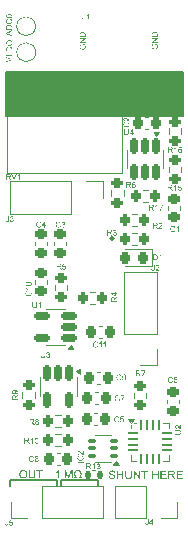
<source format=gto>
G04 #@! TF.GenerationSoftware,KiCad,Pcbnew,9.0.6*
G04 #@! TF.CreationDate,2026-01-09T20:09:44+00:00*
G04 #@! TF.ProjectId,ExtendedRangeSupply,45787465-6e64-4656-9452-616e67655375,rev?*
G04 #@! TF.SameCoordinates,Original*
G04 #@! TF.FileFunction,Legend,Top*
G04 #@! TF.FilePolarity,Positive*
%FSLAX46Y46*%
G04 Gerber Fmt 4.6, Leading zero omitted, Abs format (unit mm)*
G04 Created by KiCad (PCBNEW 9.0.6) date 2026-01-09 20:09:44*
%MOMM*%
%LPD*%
G01*
G04 APERTURE LIST*
G04 Aperture macros list*
%AMRoundRect*
0 Rectangle with rounded corners*
0 $1 Rounding radius*
0 $2 $3 $4 $5 $6 $7 $8 $9 X,Y pos of 4 corners*
0 Add a 4 corners polygon primitive as box body*
4,1,4,$2,$3,$4,$5,$6,$7,$8,$9,$2,$3,0*
0 Add four circle primitives for the rounded corners*
1,1,$1+$1,$2,$3*
1,1,$1+$1,$4,$5*
1,1,$1+$1,$6,$7*
1,1,$1+$1,$8,$9*
0 Add four rect primitives between the rounded corners*
20,1,$1+$1,$2,$3,$4,$5,0*
20,1,$1+$1,$4,$5,$6,$7,0*
20,1,$1+$1,$6,$7,$8,$9,0*
20,1,$1+$1,$8,$9,$2,$3,0*%
G04 Aperture macros list end*
%ADD10C,0.150000*%
%ADD11C,0.100000*%
%ADD12C,0.120000*%
%ADD13C,0.250000*%
%ADD14RoundRect,0.150000X0.512500X0.150000X-0.512500X0.150000X-0.512500X-0.150000X0.512500X-0.150000X0*%
%ADD15C,1.700000*%
%ADD16R,1.700000X1.700000*%
%ADD17RoundRect,0.135000X0.135000X0.185000X-0.135000X0.185000X-0.135000X-0.185000X0.135000X-0.185000X0*%
%ADD18R,0.800000X0.800000*%
%ADD19RoundRect,0.062500X-0.062500X-0.375000X0.062500X-0.375000X0.062500X0.375000X-0.062500X0.375000X0*%
%ADD20RoundRect,0.062500X-0.375000X-0.062500X0.375000X-0.062500X0.375000X0.062500X-0.375000X0.062500X0*%
%ADD21R,1.500000X5.080000*%
%ADD22RoundRect,0.200000X0.200000X0.275000X-0.200000X0.275000X-0.200000X-0.275000X0.200000X-0.275000X0*%
%ADD23RoundRect,0.200000X0.275000X-0.200000X0.275000X0.200000X-0.275000X0.200000X-0.275000X-0.200000X0*%
%ADD24RoundRect,0.200000X-0.200000X-0.275000X0.200000X-0.275000X0.200000X0.275000X-0.200000X0.275000X0*%
%ADD25R,0.300000X0.850000*%
%ADD26R,2.500000X1.750000*%
%ADD27RoundRect,0.225000X-0.225000X-0.250000X0.225000X-0.250000X0.225000X0.250000X-0.225000X0.250000X0*%
%ADD28C,1.500000*%
%ADD29RoundRect,0.225000X0.250000X-0.225000X0.250000X0.225000X-0.250000X0.225000X-0.250000X-0.225000X0*%
%ADD30RoundRect,0.225000X0.225000X0.250000X-0.225000X0.250000X-0.225000X-0.250000X0.225000X-0.250000X0*%
%ADD31RoundRect,0.150000X-0.150000X0.512500X-0.150000X-0.512500X0.150000X-0.512500X0.150000X0.512500X0*%
%ADD32RoundRect,0.225000X-0.250000X0.225000X-0.250000X-0.225000X0.250000X-0.225000X0.250000X0.225000X0*%
%ADD33RoundRect,0.200000X-0.275000X0.200000X-0.275000X-0.200000X0.275000X-0.200000X0.275000X0.200000X0*%
%ADD34RoundRect,0.100000X0.225000X0.100000X-0.225000X0.100000X-0.225000X-0.100000X0.225000X-0.100000X0*%
%ADD35C,1.440000*%
%ADD36RoundRect,0.218750X0.218750X0.256250X-0.218750X0.256250X-0.218750X-0.256250X0.218750X-0.256250X0*%
G04 APERTURE END LIST*
D10*
X126835630Y-107000000D02*
X126835630Y-106500000D01*
X122500000Y-106500000D02*
X126500000Y-106500000D01*
X126500000Y-106500000D02*
X126500000Y-107000000D01*
X130000000Y-106500000D02*
X126835630Y-106500000D01*
X130000000Y-107000000D02*
X130000000Y-106500000D01*
X122183644Y-71965209D02*
X137165394Y-71965209D01*
X137165394Y-75722522D01*
X122183644Y-75722522D01*
X122183644Y-71965209D01*
G36*
X122183644Y-71965209D02*
G01*
X137165394Y-71965209D01*
X137165394Y-75722522D01*
X122183644Y-75722522D01*
X122183644Y-71965209D01*
G37*
X122500000Y-107020000D02*
X122500000Y-106500000D01*
G36*
X123693207Y-105670027D02*
G01*
X123738103Y-105678819D01*
X123780255Y-105693258D01*
X123820073Y-105713404D01*
X123856788Y-105738900D01*
X123888619Y-105768731D01*
X123915931Y-105803166D01*
X123938897Y-105842658D01*
X123961268Y-105899220D01*
X123975043Y-105961547D01*
X123979802Y-106030682D01*
X123974808Y-106100670D01*
X123960331Y-106163869D01*
X123936760Y-106221356D01*
X123912640Y-106261376D01*
X123884418Y-106295609D01*
X123851942Y-106324602D01*
X123814858Y-106348686D01*
X123760885Y-106372713D01*
X123704401Y-106387090D01*
X123644615Y-106391942D01*
X123595527Y-106388838D01*
X123550010Y-106379759D01*
X123507537Y-106364881D01*
X123467661Y-106344155D01*
X123430926Y-106317972D01*
X123399217Y-106287694D01*
X123372159Y-106253077D01*
X123349563Y-106213705D01*
X123327244Y-106157462D01*
X123313909Y-106099376D01*
X123309520Y-106040043D01*
X123405043Y-106040043D01*
X123409787Y-106103331D01*
X123423155Y-106156708D01*
X123444331Y-106201889D01*
X123473175Y-106240206D01*
X123509624Y-106272324D01*
X123549692Y-106294889D01*
X123594156Y-106308580D01*
X123644145Y-106313295D01*
X123695119Y-106308500D01*
X123740102Y-106294625D01*
X123780295Y-106271834D01*
X123816525Y-106239479D01*
X123844840Y-106200923D01*
X123865900Y-106154307D01*
X123879362Y-106098003D01*
X123884187Y-106029955D01*
X123880740Y-105973341D01*
X123870912Y-105923752D01*
X123855250Y-105880186D01*
X123832639Y-105840204D01*
X123804540Y-105807393D01*
X123770620Y-105780938D01*
X123732194Y-105761434D01*
X123690772Y-105749682D01*
X123645555Y-105745675D01*
X123597592Y-105749996D01*
X123553908Y-105762644D01*
X123513607Y-105783613D01*
X123476038Y-105813507D01*
X123452509Y-105841265D01*
X123433185Y-105876225D01*
X123418316Y-105919791D01*
X123408581Y-105973717D01*
X123405043Y-106040043D01*
X123309520Y-106040043D01*
X123309428Y-106038803D01*
X123313665Y-105968045D01*
X123325699Y-105906580D01*
X123344790Y-105853079D01*
X123370582Y-105806418D01*
X123403120Y-105765721D01*
X123442614Y-105730327D01*
X123485908Y-105703031D01*
X123533541Y-105683349D01*
X123586282Y-105671224D01*
X123645085Y-105667029D01*
X123693207Y-105670027D01*
G37*
G36*
X124559475Y-105677971D02*
G01*
X124652227Y-105677971D01*
X124652227Y-106083554D01*
X124649113Y-106154288D01*
X124640738Y-106209382D01*
X124628333Y-106251661D01*
X124608438Y-106290106D01*
X124580034Y-106323684D01*
X124542036Y-106352918D01*
X124498713Y-106373681D01*
X124444926Y-106387085D01*
X124378247Y-106391942D01*
X124313198Y-106387713D01*
X124260177Y-106376021D01*
X124217065Y-106357961D01*
X124179037Y-106331673D01*
X124149511Y-106299114D01*
X124127648Y-106259525D01*
X124113772Y-106215663D01*
X124104389Y-106158059D01*
X124100891Y-106083554D01*
X124100891Y-105677971D01*
X124193685Y-105677971D01*
X124193685Y-106084623D01*
X124196048Y-106146423D01*
X124202135Y-106190147D01*
X124210654Y-106219946D01*
X124224693Y-106246764D01*
X124243944Y-106268942D01*
X124268955Y-106287009D01*
X124297447Y-106299713D01*
X124330842Y-106307724D01*
X124370126Y-106310560D01*
X124422213Y-106306995D01*
X124462334Y-106297369D01*
X124492939Y-106282847D01*
X124515963Y-106263928D01*
X124532687Y-106239851D01*
X124546330Y-106204477D01*
X124555834Y-106154187D01*
X124559475Y-106084623D01*
X124559475Y-105677971D01*
G37*
G36*
X124984977Y-106381000D02*
G01*
X124984977Y-105759353D01*
X124753996Y-105759353D01*
X124753996Y-105677971D01*
X125309649Y-105677971D01*
X125309649Y-105759353D01*
X125077728Y-105759353D01*
X125077728Y-106381000D01*
X124984977Y-106381000D01*
G37*
D11*
G36*
X122707500Y-70955228D02*
G01*
X122205336Y-71149218D01*
X122205336Y-71077502D01*
X122570266Y-70947351D01*
X122652514Y-70921065D01*
X122570266Y-70894076D01*
X122205336Y-70758826D01*
X122205336Y-70691202D01*
X122707500Y-70887237D01*
X122707500Y-70955228D01*
G37*
G36*
X122707500Y-70634568D02*
G01*
X122205336Y-70634568D01*
X122205336Y-70568286D01*
X122649370Y-70568286D01*
X122649370Y-70321693D01*
X122707500Y-70321693D01*
X122707500Y-70634568D01*
G37*
G36*
X122491691Y-69830620D02*
G01*
X122525334Y-69835169D01*
X122555092Y-69842366D01*
X122596674Y-69858134D01*
X122628212Y-69876530D01*
X122654582Y-69898849D01*
X122673763Y-69922111D01*
X122688061Y-69948720D01*
X122698951Y-69981890D01*
X122705231Y-70018269D01*
X122707500Y-70062307D01*
X122707500Y-70242985D01*
X122205336Y-70242985D01*
X122205336Y-70071527D01*
X122263466Y-70071527D01*
X122263466Y-70176735D01*
X122649370Y-70176735D01*
X122649370Y-70069817D01*
X122646724Y-70023025D01*
X122640088Y-69992117D01*
X122628514Y-69966170D01*
X122613893Y-69947207D01*
X122596943Y-69933155D01*
X122575864Y-69920882D01*
X122549963Y-69910510D01*
X122522885Y-69903507D01*
X122490708Y-69898975D01*
X122452632Y-69897351D01*
X122411913Y-69899292D01*
X122378835Y-69904621D01*
X122352171Y-69912718D01*
X122330846Y-69923149D01*
X122304651Y-69942408D01*
X122286035Y-69963217D01*
X122273816Y-69985798D01*
X122268659Y-70004101D01*
X122264928Y-70031699D01*
X122263466Y-70071527D01*
X122205336Y-70071527D01*
X122205336Y-70070519D01*
X122207432Y-70015567D01*
X122212541Y-69981371D01*
X122221135Y-69953603D01*
X122233130Y-69929267D01*
X122248506Y-69907915D01*
X122272697Y-69883945D01*
X122301111Y-69864242D01*
X122334296Y-69848686D01*
X122369644Y-69838025D01*
X122409233Y-69831352D01*
X122453670Y-69829024D01*
X122491691Y-69830620D01*
G37*
G36*
X122507264Y-69282770D02*
G01*
X122552406Y-69293111D01*
X122593469Y-69309947D01*
X122622054Y-69327175D01*
X122646506Y-69347334D01*
X122667215Y-69370531D01*
X122684419Y-69397020D01*
X122701581Y-69435572D01*
X122711850Y-69475918D01*
X122715315Y-69518622D01*
X122713099Y-69553685D01*
X122706613Y-69586197D01*
X122695986Y-69616535D01*
X122681182Y-69645018D01*
X122662480Y-69671257D01*
X122640853Y-69693906D01*
X122616127Y-69713234D01*
X122588004Y-69729373D01*
X122547830Y-69745315D01*
X122506340Y-69754840D01*
X122463073Y-69758041D01*
X122412532Y-69755015D01*
X122368629Y-69746419D01*
X122330414Y-69732783D01*
X122297084Y-69714360D01*
X122268015Y-69691119D01*
X122242734Y-69662908D01*
X122223236Y-69631984D01*
X122209178Y-69597961D01*
X122200517Y-69560289D01*
X122197520Y-69518286D01*
X122197541Y-69517950D01*
X122253696Y-69517950D01*
X122256783Y-69552210D01*
X122265817Y-69583413D01*
X122280795Y-69612199D01*
X122302148Y-69639034D01*
X122321975Y-69655841D01*
X122346946Y-69669643D01*
X122378065Y-69680264D01*
X122416583Y-69687218D01*
X122463959Y-69689745D01*
X122509165Y-69686356D01*
X122547291Y-69676807D01*
X122579563Y-69661682D01*
X122606933Y-69641079D01*
X122629874Y-69615044D01*
X122645992Y-69586424D01*
X122655771Y-69554664D01*
X122659139Y-69518958D01*
X122655714Y-69482548D01*
X122645804Y-69450417D01*
X122629524Y-69421708D01*
X122606413Y-69395829D01*
X122578873Y-69375604D01*
X122545577Y-69360561D01*
X122505359Y-69350946D01*
X122456754Y-69347500D01*
X122416315Y-69349961D01*
X122380894Y-69356981D01*
X122349775Y-69368169D01*
X122321217Y-69384319D01*
X122297781Y-69404390D01*
X122278884Y-69428619D01*
X122264953Y-69456066D01*
X122256559Y-69485653D01*
X122253696Y-69517950D01*
X122197541Y-69517950D01*
X122199662Y-69483913D01*
X122205942Y-69451845D01*
X122216255Y-69421736D01*
X122230646Y-69393295D01*
X122248857Y-69367070D01*
X122270165Y-69344334D01*
X122294761Y-69324825D01*
X122322970Y-69308421D01*
X122363371Y-69292441D01*
X122407890Y-69282602D01*
X122457273Y-69279203D01*
X122507264Y-69282770D01*
G37*
D10*
G36*
X126637496Y-106381000D02*
G01*
X126551413Y-106381000D01*
X126551413Y-105831075D01*
X126517159Y-105859574D01*
X126469903Y-105890529D01*
X126420172Y-105917438D01*
X126379289Y-105935110D01*
X126379289Y-105853044D01*
X126426107Y-105828138D01*
X126468053Y-105800435D01*
X126505508Y-105769953D01*
X126539870Y-105735708D01*
X126564862Y-105704270D01*
X126582017Y-105675235D01*
X126637496Y-105675235D01*
X126637496Y-106381000D01*
G37*
G36*
X127161904Y-106381000D02*
G01*
X127161904Y-105677971D01*
X127301501Y-105677971D01*
X127467428Y-106175964D01*
X127500895Y-106280084D01*
X127538209Y-106167330D01*
X127706059Y-105677971D01*
X127830867Y-105677971D01*
X127830867Y-106381000D01*
X127741450Y-106381000D01*
X127741450Y-105792264D01*
X127537739Y-106381000D01*
X127454049Y-106381000D01*
X127251321Y-105782220D01*
X127251321Y-106381000D01*
X127161904Y-106381000D01*
G37*
G36*
X127951444Y-106299618D02*
G01*
X128104462Y-106299618D01*
X128058655Y-106255983D01*
X128022374Y-106210447D01*
X127994704Y-106162765D01*
X127975045Y-106112528D01*
X127963143Y-106059179D01*
X127959095Y-106002045D01*
X127963529Y-105939280D01*
X127976393Y-105882476D01*
X127997349Y-105830690D01*
X128026602Y-105783361D01*
X128062462Y-105743700D01*
X128105402Y-105710968D01*
X128141030Y-105692199D01*
X128180470Y-105678495D01*
X128224312Y-105669984D01*
X128273252Y-105667029D01*
X128336892Y-105671908D01*
X128390237Y-105685628D01*
X128435118Y-105707335D01*
X128475088Y-105737485D01*
X128510569Y-105775700D01*
X128541760Y-105822996D01*
X128564473Y-105874771D01*
X128578640Y-105933971D01*
X128583605Y-106002045D01*
X128579557Y-106059179D01*
X128567654Y-106112528D01*
X128547996Y-106162765D01*
X128520325Y-106210447D01*
X128484045Y-106255983D01*
X128438238Y-106299618D01*
X128591256Y-106299618D01*
X128591256Y-106381000D01*
X128318687Y-106381000D01*
X128318687Y-106304405D01*
X128364263Y-106278705D01*
X128401824Y-106248519D01*
X128432308Y-106213734D01*
X128456288Y-106173912D01*
X128473940Y-106128320D01*
X128485031Y-106075973D01*
X128488931Y-106015679D01*
X128484842Y-105957060D01*
X128473173Y-105905963D01*
X128454496Y-105861208D01*
X128428920Y-105821842D01*
X128396148Y-105788099D01*
X128359790Y-105764673D01*
X128319081Y-105750544D01*
X128272782Y-105745675D01*
X128224987Y-105750634D01*
X128183492Y-105764944D01*
X128146944Y-105788523D01*
X128114506Y-105822312D01*
X128089027Y-105861960D01*
X128070590Y-105906045D01*
X128059184Y-105955350D01*
X128055222Y-106010849D01*
X128059118Y-106072137D01*
X128070194Y-106125362D01*
X128087811Y-106171719D01*
X128111713Y-106212202D01*
X128142044Y-106247557D01*
X128179336Y-106278244D01*
X128224483Y-106304405D01*
X128224483Y-106381000D01*
X127951444Y-106381000D01*
X127951444Y-106299618D01*
G37*
D11*
G36*
X134817163Y-69811732D02*
G01*
X134759033Y-69811732D01*
X134758697Y-69599607D01*
X134944658Y-69599607D01*
X134968885Y-69633188D01*
X134988276Y-69666734D01*
X135003184Y-69700388D01*
X135014122Y-69735422D01*
X135020640Y-69770857D01*
X135022815Y-69806939D01*
X135019196Y-69855342D01*
X135008615Y-69899810D01*
X134991216Y-69941028D01*
X134973501Y-69969531D01*
X134952508Y-69993986D01*
X134928074Y-70014757D01*
X134899870Y-70032039D01*
X134859029Y-70048937D01*
X134814736Y-70059247D01*
X134766299Y-70062783D01*
X134718280Y-70059332D01*
X134672978Y-70049140D01*
X134629859Y-70032222D01*
X134599652Y-70014866D01*
X134574202Y-69994507D01*
X134553010Y-69971059D01*
X134535765Y-69944264D01*
X134518969Y-69904939D01*
X134508611Y-69861159D01*
X134505020Y-69812068D01*
X134507060Y-69776192D01*
X134512965Y-69743605D01*
X134522514Y-69713882D01*
X134536157Y-69685963D01*
X134552412Y-69663257D01*
X134571271Y-69645067D01*
X134593135Y-69630366D01*
X134620014Y-69617643D01*
X134652757Y-69607117D01*
X134669152Y-69666896D01*
X134633655Y-69680220D01*
X134609221Y-69694923D01*
X134596058Y-69707214D01*
X134584419Y-69722961D01*
X134574324Y-69742733D01*
X134564573Y-69775027D01*
X134561196Y-69811732D01*
X134562867Y-69841793D01*
X134567596Y-69867788D01*
X134575057Y-69890286D01*
X134591481Y-69920769D01*
X134611510Y-69943745D01*
X134635294Y-69961864D01*
X134661092Y-69975344D01*
X134692632Y-69985866D01*
X134726163Y-69992273D01*
X134762025Y-69994456D01*
X134806297Y-69991632D01*
X134843321Y-69983739D01*
X134874285Y-69971406D01*
X134902021Y-69953530D01*
X134924177Y-69931304D01*
X134941330Y-69904300D01*
X134953500Y-69874277D01*
X134960774Y-69843195D01*
X134963220Y-69810694D01*
X134961396Y-69782327D01*
X134955920Y-69754402D01*
X134946703Y-69726705D01*
X134928583Y-69688832D01*
X134911441Y-69664515D01*
X134817163Y-69664515D01*
X134817163Y-69811732D01*
G37*
G36*
X135015000Y-69502551D02*
G01*
X134512836Y-69502551D01*
X134512836Y-69434560D01*
X134907105Y-69171571D01*
X134512836Y-69171571D01*
X134512836Y-69108038D01*
X135015000Y-69108038D01*
X135015000Y-69175998D01*
X134620395Y-69439017D01*
X135015000Y-69439017D01*
X135015000Y-69502551D01*
G37*
G36*
X134799191Y-68584389D02*
G01*
X134832834Y-68588938D01*
X134862592Y-68596135D01*
X134904174Y-68611903D01*
X134935712Y-68630299D01*
X134962082Y-68652618D01*
X134981263Y-68675881D01*
X134995561Y-68702489D01*
X135006451Y-68735659D01*
X135012731Y-68772038D01*
X135015000Y-68816076D01*
X135015000Y-68996755D01*
X134512836Y-68996755D01*
X134512836Y-68825296D01*
X134570966Y-68825296D01*
X134570966Y-68930504D01*
X134956870Y-68930504D01*
X134956870Y-68823586D01*
X134954224Y-68776794D01*
X134947588Y-68745887D01*
X134936014Y-68719940D01*
X134921393Y-68700976D01*
X134904443Y-68686924D01*
X134883364Y-68674652D01*
X134857463Y-68664279D01*
X134830385Y-68657276D01*
X134798208Y-68652744D01*
X134760132Y-68651120D01*
X134719413Y-68653062D01*
X134686335Y-68658390D01*
X134659671Y-68666487D01*
X134638346Y-68676919D01*
X134612151Y-68696177D01*
X134593535Y-68716986D01*
X134581316Y-68739567D01*
X134576159Y-68757871D01*
X134572428Y-68785468D01*
X134570966Y-68825296D01*
X134512836Y-68825296D01*
X134512836Y-68824289D01*
X134514932Y-68769336D01*
X134520041Y-68735140D01*
X134528635Y-68707373D01*
X134540630Y-68683036D01*
X134556006Y-68661684D01*
X134580197Y-68637714D01*
X134608611Y-68618011D01*
X134641796Y-68602455D01*
X134677144Y-68591794D01*
X134716733Y-68585121D01*
X134761170Y-68582793D01*
X134799191Y-68584389D01*
G37*
G36*
X122707500Y-68540661D02*
G01*
X122555092Y-68599066D01*
X122555092Y-68808443D01*
X122707500Y-68863428D01*
X122707500Y-68933801D01*
X122205336Y-68741490D01*
X122205336Y-68707326D01*
X122257940Y-68707326D01*
X122305747Y-68718803D01*
X122353561Y-68734315D01*
X122500382Y-68789300D01*
X122500382Y-68619552D01*
X122361743Y-68671820D01*
X122301245Y-68693659D01*
X122257940Y-68707326D01*
X122205336Y-68707326D01*
X122205336Y-68670110D01*
X122707500Y-68465160D01*
X122707500Y-68540661D01*
G37*
G36*
X122491691Y-67999916D02*
G01*
X122525334Y-68004464D01*
X122555092Y-68011662D01*
X122596674Y-68027429D01*
X122628212Y-68045825D01*
X122654582Y-68068145D01*
X122673763Y-68091407D01*
X122688061Y-68118016D01*
X122698951Y-68151185D01*
X122705231Y-68187564D01*
X122707500Y-68231602D01*
X122707500Y-68412281D01*
X122205336Y-68412281D01*
X122205336Y-68240823D01*
X122263466Y-68240823D01*
X122263466Y-68346030D01*
X122649370Y-68346030D01*
X122649370Y-68239113D01*
X122646724Y-68192321D01*
X122640088Y-68161413D01*
X122628514Y-68135466D01*
X122613893Y-68116503D01*
X122596943Y-68102450D01*
X122575864Y-68090178D01*
X122549963Y-68079805D01*
X122522885Y-68072802D01*
X122490708Y-68068271D01*
X122452632Y-68066647D01*
X122411913Y-68068588D01*
X122378835Y-68073917D01*
X122352171Y-68082013D01*
X122330846Y-68092445D01*
X122304651Y-68111703D01*
X122286035Y-68132513D01*
X122273816Y-68155093D01*
X122268659Y-68173397D01*
X122264928Y-68200994D01*
X122263466Y-68240823D01*
X122205336Y-68240823D01*
X122205336Y-68239815D01*
X122207432Y-68184862D01*
X122212541Y-68150666D01*
X122221135Y-68122899D01*
X122233130Y-68098563D01*
X122248506Y-68077210D01*
X122272697Y-68053241D01*
X122301111Y-68033538D01*
X122334296Y-68017981D01*
X122369644Y-68007320D01*
X122409233Y-68000648D01*
X122453670Y-67998320D01*
X122491691Y-67999916D01*
G37*
G36*
X122531645Y-67549921D02*
G01*
X122548375Y-67483670D01*
X122588256Y-67496814D01*
X122621693Y-67513775D01*
X122649576Y-67534364D01*
X122672573Y-67558652D01*
X122691002Y-67586717D01*
X122704286Y-67617750D01*
X122712477Y-67652287D01*
X122715315Y-67691001D01*
X122712995Y-67731831D01*
X122706450Y-67766848D01*
X122696154Y-67796892D01*
X122682373Y-67822679D01*
X122664366Y-67846159D01*
X122642707Y-67866771D01*
X122617051Y-67884669D01*
X122586905Y-67899859D01*
X122544524Y-67914477D01*
X122499924Y-67923327D01*
X122452663Y-67926329D01*
X122401220Y-67922793D01*
X122356064Y-67912675D01*
X122316222Y-67896440D01*
X122288518Y-67879682D01*
X122264757Y-67860019D01*
X122244572Y-67837338D01*
X122227745Y-67811383D01*
X122211037Y-67773616D01*
X122200951Y-67733348D01*
X122197520Y-67689963D01*
X122200077Y-67652598D01*
X122207422Y-67619495D01*
X122219253Y-67590004D01*
X122235531Y-67563598D01*
X122256093Y-67540266D01*
X122280435Y-67520670D01*
X122308986Y-67504638D01*
X122342356Y-67492218D01*
X122357744Y-67557431D01*
X122323009Y-67571700D01*
X122297159Y-67588620D01*
X122278517Y-67607989D01*
X122265049Y-67631226D01*
X122256660Y-67658669D01*
X122253696Y-67691337D01*
X122257006Y-67728949D01*
X122266387Y-67760750D01*
X122281448Y-67787844D01*
X122301993Y-67811069D01*
X122326613Y-67829124D01*
X122355912Y-67842310D01*
X122387390Y-67851027D01*
X122419458Y-67856252D01*
X122452296Y-67858002D01*
X122494717Y-67855772D01*
X122531758Y-67849435D01*
X122564129Y-67839409D01*
X122593885Y-67824311D01*
X122617388Y-67805084D01*
X122635509Y-67781524D01*
X122648668Y-67754528D01*
X122656502Y-67726325D01*
X122659139Y-67696466D01*
X122657021Y-67668994D01*
X122650897Y-67644433D01*
X122640927Y-67622292D01*
X122627021Y-67602189D01*
X122609832Y-67585126D01*
X122588650Y-67570685D01*
X122562856Y-67558876D01*
X122531645Y-67549921D01*
G37*
G36*
X122518518Y-67102850D02*
G01*
X122565314Y-67109180D01*
X122601956Y-67118618D01*
X122636488Y-67133280D01*
X122664061Y-67151352D01*
X122685731Y-67172749D01*
X122701854Y-67198206D01*
X122711811Y-67228158D01*
X122715315Y-67263760D01*
X122711868Y-67298992D01*
X122702018Y-67329058D01*
X122685989Y-67355005D01*
X122663322Y-67377516D01*
X122638614Y-67393547D01*
X122607311Y-67407021D01*
X122568091Y-67417549D01*
X122519409Y-67424501D01*
X122459532Y-67427036D01*
X122400046Y-67424674D01*
X122353041Y-67418285D01*
X122316406Y-67408779D01*
X122281876Y-67394002D01*
X122254369Y-67375868D01*
X122232814Y-67354465D01*
X122216764Y-67329005D01*
X122206863Y-67299146D01*
X122203451Y-67264462D01*
X122254673Y-67264462D01*
X122256947Y-67284717D01*
X122263543Y-67302384D01*
X122274528Y-67318060D01*
X122290485Y-67332086D01*
X122313326Y-67344114D01*
X122346799Y-67354123D01*
X122394198Y-67361146D01*
X122459349Y-67363838D01*
X122525104Y-67361305D01*
X122571459Y-67354788D01*
X122602902Y-67345679D01*
X122623266Y-67334987D01*
X122641820Y-67318947D01*
X122654281Y-67301965D01*
X122661568Y-67283750D01*
X122664024Y-67263760D01*
X122661561Y-67243796D01*
X122654247Y-67225595D01*
X122641733Y-67208614D01*
X122623083Y-67192563D01*
X122602632Y-67181846D01*
X122571158Y-67172728D01*
X122524875Y-67166212D01*
X122459349Y-67163681D01*
X122393386Y-67166222D01*
X122346971Y-67172752D01*
X122315560Y-67181871D01*
X122295279Y-67192563D01*
X122276851Y-67208588D01*
X122264430Y-67225671D01*
X122257138Y-67244111D01*
X122254673Y-67264462D01*
X122203451Y-67264462D01*
X122203382Y-67263760D01*
X122205291Y-67237297D01*
X122210774Y-67213901D01*
X122219624Y-67193082D01*
X122231953Y-67174111D01*
X122247473Y-67157426D01*
X122266489Y-67142859D01*
X122299378Y-67125621D01*
X122341044Y-67111779D01*
X122388810Y-67103709D01*
X122459532Y-67100514D01*
X122518518Y-67102850D01*
G37*
D10*
G36*
X130890189Y-106202375D02*
G01*
X130977725Y-106194682D01*
X130984072Y-106229821D01*
X130993831Y-106258833D01*
X131006619Y-106282689D01*
X131023791Y-106303391D01*
X131046930Y-106321930D01*
X131077144Y-106338297D01*
X131109655Y-106349881D01*
X131145356Y-106357029D01*
X131184770Y-106359497D01*
X131235903Y-106355343D01*
X131278461Y-106343682D01*
X131304271Y-106331228D01*
X131324107Y-106316748D01*
X131338942Y-106300299D01*
X131353901Y-106271277D01*
X131358817Y-106240074D01*
X131353960Y-106208886D01*
X131339669Y-106182329D01*
X131316028Y-106160727D01*
X131276581Y-106140826D01*
X131239769Y-106129109D01*
X131151773Y-106106547D01*
X131062854Y-106081702D01*
X131016450Y-106062650D01*
X130984782Y-106042897D01*
X130960161Y-106021100D01*
X130941608Y-105997211D01*
X130927985Y-105970267D01*
X130919783Y-105941286D01*
X130916988Y-105909718D01*
X130920313Y-105875088D01*
X130930243Y-105842111D01*
X130947079Y-105810213D01*
X130969786Y-105782292D01*
X130998797Y-105758921D01*
X131035086Y-105739944D01*
X131074330Y-105726823D01*
X131117035Y-105718746D01*
X131163741Y-105715966D01*
X131215215Y-105718945D01*
X131260768Y-105727471D01*
X131301200Y-105741098D01*
X131338513Y-105760901D01*
X131368732Y-105785452D01*
X131392755Y-105814957D01*
X131410732Y-105848646D01*
X131422215Y-105885223D01*
X131427205Y-105925361D01*
X131338258Y-105932072D01*
X131329112Y-105889622D01*
X131312820Y-105856731D01*
X131289703Y-105831413D01*
X131260197Y-105813529D01*
X131220488Y-105801738D01*
X131167545Y-105797348D01*
X131111987Y-105801493D01*
X131072423Y-105812331D01*
X131044874Y-105828208D01*
X131023002Y-105850883D01*
X131010559Y-105875371D01*
X131006405Y-105902622D01*
X131009510Y-105926596D01*
X131018512Y-105947034D01*
X131033675Y-105964813D01*
X131054203Y-105977973D01*
X131096834Y-105994520D01*
X131173529Y-106014821D01*
X131277387Y-106041300D01*
X131328684Y-106059530D01*
X131367482Y-106081070D01*
X131397121Y-106104928D01*
X131419041Y-106131081D01*
X131435133Y-106161099D01*
X131444885Y-106194101D01*
X131448235Y-106230842D01*
X131444713Y-106267250D01*
X131434153Y-106302228D01*
X131416178Y-106336373D01*
X131392162Y-106366482D01*
X131361784Y-106392096D01*
X131324153Y-106413395D01*
X131283318Y-106428424D01*
X131238506Y-106437683D01*
X131189044Y-106440879D01*
X131125964Y-106437435D01*
X131073347Y-106427851D01*
X131029572Y-106413010D01*
X130989396Y-106391014D01*
X130956027Y-106363171D01*
X130928700Y-106329107D01*
X130908266Y-106290379D01*
X130895430Y-106248397D01*
X130890189Y-106202375D01*
G37*
G36*
X131577744Y-106429937D02*
G01*
X131577744Y-105726908D01*
X131670496Y-105726908D01*
X131670496Y-106016873D01*
X132034875Y-106016873D01*
X132034875Y-105726908D01*
X132127627Y-105726908D01*
X132127627Y-106429937D01*
X132034875Y-106429937D01*
X132034875Y-106098255D01*
X131670496Y-106098255D01*
X131670496Y-106429937D01*
X131577744Y-106429937D01*
G37*
G36*
X132742007Y-105726908D02*
G01*
X132834758Y-105726908D01*
X132834758Y-106132491D01*
X132831645Y-106203225D01*
X132823270Y-106258319D01*
X132810865Y-106300598D01*
X132790970Y-106339043D01*
X132762566Y-106372621D01*
X132724568Y-106401855D01*
X132681245Y-106422618D01*
X132627458Y-106436022D01*
X132560779Y-106440879D01*
X132495730Y-106436650D01*
X132442709Y-106424958D01*
X132399597Y-106406898D01*
X132361569Y-106380610D01*
X132332043Y-106348051D01*
X132310180Y-106308462D01*
X132296304Y-106264600D01*
X132286921Y-106206996D01*
X132283423Y-106132491D01*
X132283423Y-105726908D01*
X132376217Y-105726908D01*
X132376217Y-106133560D01*
X132378580Y-106195360D01*
X132384667Y-106239084D01*
X132393186Y-106268883D01*
X132407225Y-106295701D01*
X132426476Y-106317879D01*
X132451487Y-106335946D01*
X132479979Y-106348650D01*
X132513374Y-106356661D01*
X132552658Y-106359497D01*
X132604745Y-106355932D01*
X132644866Y-106346306D01*
X132675471Y-106331784D01*
X132698495Y-106312865D01*
X132715219Y-106288788D01*
X132728861Y-106253414D01*
X132738366Y-106203124D01*
X132742007Y-106133560D01*
X132742007Y-105726908D01*
G37*
G36*
X132988161Y-106429937D02*
G01*
X132988161Y-105726908D01*
X133083349Y-105726908D01*
X133451533Y-106278885D01*
X133451533Y-105726908D01*
X133540480Y-105726908D01*
X133540480Y-106429937D01*
X133445335Y-106429937D01*
X133077108Y-105877490D01*
X133077108Y-106429937D01*
X132988161Y-106429937D01*
G37*
G36*
X133874641Y-106429937D02*
G01*
X133874641Y-105808290D01*
X133643660Y-105808290D01*
X133643660Y-105726908D01*
X134199313Y-105726908D01*
X134199313Y-105808290D01*
X133967392Y-105808290D01*
X133967392Y-106429937D01*
X133874641Y-106429937D01*
G37*
G36*
X134551938Y-106429937D02*
G01*
X134551938Y-105726908D01*
X134644690Y-105726908D01*
X134644690Y-106016873D01*
X135009069Y-106016873D01*
X135009069Y-105726908D01*
X135101821Y-105726908D01*
X135101821Y-106429937D01*
X135009069Y-106429937D01*
X135009069Y-106098255D01*
X134644690Y-106098255D01*
X134644690Y-106429937D01*
X134551938Y-106429937D01*
G37*
G36*
X135258087Y-106429937D02*
G01*
X135258087Y-105726908D01*
X135764970Y-105726908D01*
X135764970Y-105808290D01*
X135350881Y-105808290D01*
X135350881Y-106025080D01*
X135738684Y-106025080D01*
X135738684Y-106106461D01*
X135350881Y-106106461D01*
X135350881Y-106348555D01*
X135781255Y-106348555D01*
X135781255Y-106429937D01*
X135258087Y-106429937D01*
G37*
G36*
X136284458Y-105729456D02*
G01*
X136330808Y-105736137D01*
X136364049Y-105745715D01*
X136394182Y-105761319D01*
X136419999Y-105783216D01*
X136441969Y-105812136D01*
X136458157Y-105844882D01*
X136467867Y-105879728D01*
X136471162Y-105917283D01*
X136468023Y-105953623D01*
X136458913Y-105986152D01*
X136443963Y-106015594D01*
X136422863Y-106042476D01*
X136397422Y-106064239D01*
X136365035Y-106082503D01*
X136324350Y-106097023D01*
X136273692Y-106107188D01*
X136307753Y-106126042D01*
X136329599Y-106142493D01*
X136368218Y-106183785D01*
X136406621Y-106236869D01*
X136528522Y-106429937D01*
X136411878Y-106429937D01*
X136319084Y-106282218D01*
X136252149Y-106184424D01*
X136225535Y-106153893D01*
X136205047Y-106136937D01*
X136183763Y-106125306D01*
X136162732Y-106118044D01*
X136111099Y-106114668D01*
X136003516Y-106114668D01*
X136003516Y-106429937D01*
X135910722Y-106429937D01*
X135910722Y-106036022D01*
X136003516Y-106036022D01*
X136202910Y-106036022D01*
X136262913Y-106032306D01*
X136302372Y-106022985D01*
X136324805Y-106012254D01*
X136342762Y-105998351D01*
X136356869Y-105981140D01*
X136370864Y-105951072D01*
X136375504Y-105918651D01*
X136371400Y-105887336D01*
X136359489Y-105860635D01*
X136339387Y-105837397D01*
X136313339Y-105820867D01*
X136276522Y-105809764D01*
X136225393Y-105805554D01*
X136003516Y-105805554D01*
X136003516Y-106036022D01*
X135910722Y-106036022D01*
X135910722Y-105726908D01*
X136221546Y-105726908D01*
X136284458Y-105729456D01*
G37*
G36*
X136618324Y-106429937D02*
G01*
X136618324Y-105726908D01*
X137125208Y-105726908D01*
X137125208Y-105808290D01*
X136711118Y-105808290D01*
X136711118Y-106025080D01*
X137098921Y-106025080D01*
X137098921Y-106106461D01*
X136711118Y-106106461D01*
X136711118Y-106348555D01*
X137141493Y-106348555D01*
X137141493Y-106429937D01*
X136618324Y-106429937D01*
G37*
D11*
G36*
X124726839Y-91459998D02*
G01*
X124793090Y-91459998D01*
X124793090Y-91749701D01*
X124790866Y-91800225D01*
X124784884Y-91839578D01*
X124776023Y-91869777D01*
X124761812Y-91897238D01*
X124741524Y-91921222D01*
X124714382Y-91942103D01*
X124683437Y-91956934D01*
X124645018Y-91966509D01*
X124597390Y-91969977D01*
X124550926Y-91966957D01*
X124513054Y-91958606D01*
X124482260Y-91945706D01*
X124455097Y-91926928D01*
X124434007Y-91903672D01*
X124418391Y-91875394D01*
X124408479Y-91844064D01*
X124401777Y-91802918D01*
X124399279Y-91749701D01*
X124399279Y-91459998D01*
X124465560Y-91459998D01*
X124465560Y-91750464D01*
X124467248Y-91794607D01*
X124471596Y-91825838D01*
X124477681Y-91847123D01*
X124487708Y-91866279D01*
X124501460Y-91882120D01*
X124519324Y-91895025D01*
X124539676Y-91904099D01*
X124563529Y-91909822D01*
X124591589Y-91911847D01*
X124628794Y-91909301D01*
X124657452Y-91902426D01*
X124679313Y-91892053D01*
X124695759Y-91878539D01*
X124707705Y-91861341D01*
X124717449Y-91836074D01*
X124724238Y-91800152D01*
X124726839Y-91750464D01*
X124726839Y-91459998D01*
G37*
G36*
X125109995Y-91962162D02*
G01*
X125048507Y-91962162D01*
X125048507Y-91569358D01*
X125024039Y-91589715D01*
X124990285Y-91611826D01*
X124954763Y-91631046D01*
X124925561Y-91643669D01*
X124925561Y-91585051D01*
X124959002Y-91567260D01*
X124988964Y-91547472D01*
X125015717Y-91525700D01*
X125040262Y-91501239D01*
X125058113Y-91478783D01*
X125070366Y-91458044D01*
X125109995Y-91458044D01*
X125109995Y-91962162D01*
G37*
G36*
X122101742Y-110233183D02*
G01*
X122161520Y-110224970D01*
X122165690Y-110263227D01*
X122173250Y-110288272D01*
X122183013Y-110303860D01*
X122197045Y-110315450D01*
X122214372Y-110322576D01*
X122235984Y-110325109D01*
X122259599Y-110322130D01*
X122279001Y-110313630D01*
X122294331Y-110300037D01*
X122303944Y-110282428D01*
X122308735Y-110259751D01*
X122310783Y-110219505D01*
X122310783Y-109873260D01*
X122377034Y-109873260D01*
X122377034Y-110214956D01*
X122375019Y-110257012D01*
X122369664Y-110288825D01*
X122361830Y-110312439D01*
X122349676Y-110333721D01*
X122333751Y-110351137D01*
X122313683Y-110365104D01*
X122291049Y-110374975D01*
X122265453Y-110381102D01*
X122236319Y-110383239D01*
X122203574Y-110380591D01*
X122176495Y-110373174D01*
X122154028Y-110361462D01*
X122135386Y-110345473D01*
X122120981Y-110325770D01*
X122110311Y-110301245D01*
X122103664Y-110270829D01*
X122101742Y-110233183D01*
G37*
G36*
X122460382Y-110242555D02*
G01*
X122524923Y-110237090D01*
X122532329Y-110267474D01*
X122543550Y-110290684D01*
X122558231Y-110308165D01*
X122576804Y-110321354D01*
X122597580Y-110329240D01*
X122621246Y-110331948D01*
X122642727Y-110329823D01*
X122662122Y-110323605D01*
X122679902Y-110313253D01*
X122696381Y-110298365D01*
X122709491Y-110280777D01*
X122719040Y-110260439D01*
X122725019Y-110236830D01*
X122727125Y-110209277D01*
X122725083Y-110183078D01*
X122719314Y-110160914D01*
X122710138Y-110142075D01*
X122697572Y-110126021D01*
X122676202Y-110109274D01*
X122650818Y-110099093D01*
X122620239Y-110095521D01*
X122591709Y-110099020D01*
X122566597Y-110109260D01*
X122545104Y-110125158D01*
X122529044Y-110144858D01*
X122471311Y-110137348D01*
X122519824Y-109879122D01*
X122768799Y-109879122D01*
X122768799Y-109937252D01*
X122569009Y-109937252D01*
X122542020Y-110073478D01*
X122573267Y-110055284D01*
X122604600Y-110044767D01*
X122636633Y-110041299D01*
X122668569Y-110044231D01*
X122697244Y-110052769D01*
X122723324Y-110066862D01*
X122747275Y-110086912D01*
X122766803Y-110111039D01*
X122780769Y-110138200D01*
X122789373Y-110168988D01*
X122792369Y-110204209D01*
X122789789Y-110237833D01*
X122782282Y-110268366D01*
X122769982Y-110296341D01*
X122752740Y-110322179D01*
X122732027Y-110344202D01*
X122708931Y-110361057D01*
X122683134Y-110373170D01*
X122654127Y-110380642D01*
X122621246Y-110383239D01*
X122587426Y-110380635D01*
X122558036Y-110373194D01*
X122532326Y-110361229D01*
X122509719Y-110344710D01*
X122490609Y-110324106D01*
X122476100Y-110300556D01*
X122465982Y-110273593D01*
X122460382Y-110242555D01*
G37*
G36*
X129261241Y-105120598D02*
G01*
X129294348Y-105125371D01*
X129318092Y-105132212D01*
X129339615Y-105143357D01*
X129358056Y-105158998D01*
X129373748Y-105179656D01*
X129385311Y-105203046D01*
X129392247Y-105227935D01*
X129394601Y-105254760D01*
X129392359Y-105280717D01*
X129385852Y-105303953D01*
X129375173Y-105324982D01*
X129360101Y-105344184D01*
X129341929Y-105359729D01*
X129318796Y-105372775D01*
X129289735Y-105383146D01*
X129253550Y-105390407D01*
X129277880Y-105403874D01*
X129293484Y-105415625D01*
X129321069Y-105445119D01*
X129348500Y-105483036D01*
X129435572Y-105620942D01*
X129352255Y-105620942D01*
X129285974Y-105515429D01*
X129238163Y-105445575D01*
X129219153Y-105423768D01*
X129204519Y-105411656D01*
X129189316Y-105403349D01*
X129174294Y-105398161D01*
X129137413Y-105395750D01*
X129060568Y-105395750D01*
X129060568Y-105620942D01*
X128994287Y-105620942D01*
X128994287Y-105339574D01*
X129060568Y-105339574D01*
X129202992Y-105339574D01*
X129245851Y-105336920D01*
X129274036Y-105330262D01*
X129290060Y-105322597D01*
X129302886Y-105312666D01*
X129312963Y-105300373D01*
X129322959Y-105278896D01*
X129326274Y-105255737D01*
X129323342Y-105233370D01*
X129314834Y-105214298D01*
X129300476Y-105197699D01*
X129281870Y-105185892D01*
X129255572Y-105177961D01*
X129219051Y-105174954D01*
X129060568Y-105174954D01*
X129060568Y-105339574D01*
X128994287Y-105339574D01*
X128994287Y-105118778D01*
X129216303Y-105118778D01*
X129261241Y-105120598D01*
G37*
G36*
X129705003Y-105620942D02*
G01*
X129643515Y-105620942D01*
X129643515Y-105228138D01*
X129619047Y-105248495D01*
X129585293Y-105270606D01*
X129549771Y-105289826D01*
X129520569Y-105302449D01*
X129520569Y-105243831D01*
X129554010Y-105226040D01*
X129583972Y-105206252D01*
X129610725Y-105184480D01*
X129635270Y-105160019D01*
X129653121Y-105137563D01*
X129665374Y-105116824D01*
X129705003Y-105116824D01*
X129705003Y-105620942D01*
G37*
G36*
X129862601Y-105488440D02*
G01*
X129924089Y-105480258D01*
X129933642Y-105513701D01*
X129945803Y-105537828D01*
X129960114Y-105554691D01*
X129978194Y-105567278D01*
X129998631Y-105574852D01*
X130022122Y-105577466D01*
X130049804Y-105574071D01*
X130073923Y-105564174D01*
X130095364Y-105547516D01*
X130111943Y-105525986D01*
X130121843Y-105501544D01*
X130125253Y-105473266D01*
X130122057Y-105446273D01*
X130112860Y-105423375D01*
X130097593Y-105403626D01*
X130077702Y-105388518D01*
X130054573Y-105379388D01*
X130027251Y-105376210D01*
X130008917Y-105377731D01*
X129983867Y-105383049D01*
X129990675Y-105329102D01*
X130000598Y-105329804D01*
X130026161Y-105327482D01*
X130049565Y-105320671D01*
X130071276Y-105309349D01*
X130084920Y-105297847D01*
X130094586Y-105283873D01*
X130100589Y-105266940D01*
X130102722Y-105246242D01*
X130100095Y-105224682D01*
X130092503Y-105206278D01*
X130079824Y-105190280D01*
X130063397Y-105178130D01*
X130043988Y-105170716D01*
X130020748Y-105168115D01*
X129997717Y-105170703D01*
X129978042Y-105178152D01*
X129960969Y-105190463D01*
X129947562Y-105206824D01*
X129937192Y-105228704D01*
X129930225Y-105257508D01*
X129868768Y-105246578D01*
X129876583Y-105216276D01*
X129887802Y-105190638D01*
X129902253Y-105168982D01*
X129919998Y-105150805D01*
X129940839Y-105136142D01*
X129964036Y-105125591D01*
X129990026Y-105119084D01*
X130019374Y-105116824D01*
X130046277Y-105118829D01*
X130071330Y-105124724D01*
X130094875Y-105134471D01*
X130116403Y-105147894D01*
X130133837Y-105163872D01*
X130147632Y-105182556D01*
X130157863Y-105203473D01*
X130163902Y-105224929D01*
X130165920Y-105247250D01*
X130163959Y-105268408D01*
X130158171Y-105288027D01*
X130148487Y-105306479D01*
X130135404Y-105322670D01*
X130118419Y-105336800D01*
X130096921Y-105348916D01*
X130124919Y-105358468D01*
X130147618Y-105372603D01*
X130165889Y-105391414D01*
X130179272Y-105414054D01*
X130187573Y-105440630D01*
X130190497Y-105472106D01*
X130187456Y-105503883D01*
X130178569Y-105532581D01*
X130163816Y-105558868D01*
X130142686Y-105583206D01*
X130117481Y-105602957D01*
X130089344Y-105617070D01*
X130057703Y-105625745D01*
X130021786Y-105628757D01*
X129989271Y-105626160D01*
X129960604Y-105618685D01*
X129935117Y-105606563D01*
X129912304Y-105589678D01*
X129892939Y-105568785D01*
X129878319Y-105545253D01*
X129868184Y-105518670D01*
X129862601Y-105488440D01*
G37*
G36*
X136505336Y-102364418D02*
G01*
X136505336Y-102298167D01*
X136795039Y-102298167D01*
X136845563Y-102300391D01*
X136884916Y-102306373D01*
X136915115Y-102315234D01*
X136942576Y-102329445D01*
X136966560Y-102349733D01*
X136987441Y-102376875D01*
X137002272Y-102407820D01*
X137011847Y-102446239D01*
X137015315Y-102493867D01*
X137012295Y-102540331D01*
X137003944Y-102578203D01*
X136991044Y-102608997D01*
X136972266Y-102636160D01*
X136949010Y-102657250D01*
X136920732Y-102672866D01*
X136889402Y-102682778D01*
X136848256Y-102689480D01*
X136795039Y-102691978D01*
X136505336Y-102691978D01*
X136505336Y-102625697D01*
X136795802Y-102625697D01*
X136839945Y-102624009D01*
X136871176Y-102619661D01*
X136892461Y-102613576D01*
X136911617Y-102603549D01*
X136927458Y-102589797D01*
X136940363Y-102571933D01*
X136949437Y-102551581D01*
X136955160Y-102527728D01*
X136957185Y-102499668D01*
X136954639Y-102462463D01*
X136947764Y-102433805D01*
X136937391Y-102411944D01*
X136923877Y-102395498D01*
X136906679Y-102383552D01*
X136881412Y-102373808D01*
X136845490Y-102367019D01*
X136795802Y-102364418D01*
X136505336Y-102364418D01*
G37*
G36*
X136949370Y-101889732D02*
G01*
X137007500Y-101889732D01*
X137007500Y-102220681D01*
X136985732Y-102219234D01*
X136964879Y-102213507D01*
X136932130Y-102197519D01*
X136898415Y-102173054D01*
X136865350Y-102141369D01*
X136822730Y-102092606D01*
X136775991Y-102038579D01*
X136741319Y-102003381D01*
X136716179Y-101982300D01*
X136688905Y-101965592D01*
X136664371Y-101956460D01*
X136641837Y-101953602D01*
X136618477Y-101956551D01*
X136598091Y-101965168D01*
X136579922Y-101979736D01*
X136566115Y-101998498D01*
X136557653Y-102020863D01*
X136554673Y-102047849D01*
X136557859Y-102076350D01*
X136566863Y-102099656D01*
X136581509Y-102118924D01*
X136600917Y-102133344D01*
X136625215Y-102142456D01*
X136655790Y-102145882D01*
X136649256Y-102209080D01*
X136614038Y-102203155D01*
X136584842Y-102192854D01*
X136560656Y-102178547D01*
X136540721Y-102160231D01*
X136524906Y-102138157D01*
X136513293Y-102112348D01*
X136505973Y-102082096D01*
X136503382Y-102046506D01*
X136506156Y-102010703D01*
X136513997Y-101980351D01*
X136526473Y-101954498D01*
X136543560Y-101932414D01*
X136564973Y-101913939D01*
X136588376Y-101900965D01*
X136614206Y-101893106D01*
X136643089Y-101890404D01*
X136672859Y-101893444D01*
X136702471Y-101902708D01*
X136731192Y-101918249D01*
X136763928Y-101943527D01*
X136798411Y-101977461D01*
X136852466Y-102038293D01*
X136895903Y-102088431D01*
X136915878Y-102109368D01*
X136932888Y-102123939D01*
X136949370Y-102135288D01*
X136949370Y-101889732D01*
G37*
G36*
X128634464Y-67383667D02*
G01*
X128694242Y-67375454D01*
X128698412Y-67413711D01*
X128705972Y-67438756D01*
X128715735Y-67454344D01*
X128729767Y-67465934D01*
X128747094Y-67473060D01*
X128768706Y-67475593D01*
X128792321Y-67472614D01*
X128811723Y-67464114D01*
X128827053Y-67450521D01*
X128836666Y-67432912D01*
X128841457Y-67410235D01*
X128843505Y-67369989D01*
X128843505Y-67023744D01*
X128909756Y-67023744D01*
X128909756Y-67365440D01*
X128907741Y-67407496D01*
X128902386Y-67439309D01*
X128894552Y-67462923D01*
X128882398Y-67484205D01*
X128866473Y-67501621D01*
X128846405Y-67515588D01*
X128823771Y-67525459D01*
X128798175Y-67531586D01*
X128769041Y-67533723D01*
X128736296Y-67531075D01*
X128709217Y-67523658D01*
X128686750Y-67511946D01*
X128668108Y-67495957D01*
X128653703Y-67476254D01*
X128643033Y-67451729D01*
X128636386Y-67421313D01*
X128634464Y-67383667D01*
G37*
G36*
X129224676Y-67525908D02*
G01*
X129163188Y-67525908D01*
X129163188Y-67133104D01*
X129138721Y-67153461D01*
X129104967Y-67175572D01*
X129069444Y-67194792D01*
X129040242Y-67207415D01*
X129040242Y-67148797D01*
X129073684Y-67131006D01*
X129103645Y-67111218D01*
X129130399Y-67089446D01*
X129154943Y-67064985D01*
X129172794Y-67042529D01*
X129185048Y-67021790D01*
X129224676Y-67021790D01*
X129224676Y-67525908D01*
G37*
G36*
X128717163Y-69831732D02*
G01*
X128659033Y-69831732D01*
X128658697Y-69619607D01*
X128844658Y-69619607D01*
X128868885Y-69653188D01*
X128888276Y-69686734D01*
X128903184Y-69720388D01*
X128914122Y-69755422D01*
X128920640Y-69790857D01*
X128922815Y-69826939D01*
X128919196Y-69875342D01*
X128908615Y-69919810D01*
X128891216Y-69961028D01*
X128873501Y-69989531D01*
X128852508Y-70013986D01*
X128828074Y-70034757D01*
X128799870Y-70052039D01*
X128759029Y-70068937D01*
X128714736Y-70079247D01*
X128666299Y-70082783D01*
X128618280Y-70079332D01*
X128572978Y-70069140D01*
X128529859Y-70052222D01*
X128499652Y-70034866D01*
X128474202Y-70014507D01*
X128453010Y-69991059D01*
X128435765Y-69964264D01*
X128418969Y-69924939D01*
X128408611Y-69881159D01*
X128405020Y-69832068D01*
X128407060Y-69796192D01*
X128412965Y-69763605D01*
X128422514Y-69733882D01*
X128436157Y-69705963D01*
X128452412Y-69683257D01*
X128471271Y-69665067D01*
X128493135Y-69650366D01*
X128520014Y-69637643D01*
X128552757Y-69627117D01*
X128569152Y-69686896D01*
X128533655Y-69700220D01*
X128509221Y-69714923D01*
X128496058Y-69727214D01*
X128484419Y-69742961D01*
X128474324Y-69762733D01*
X128464573Y-69795027D01*
X128461196Y-69831732D01*
X128462867Y-69861793D01*
X128467596Y-69887788D01*
X128475057Y-69910286D01*
X128491481Y-69940769D01*
X128511510Y-69963745D01*
X128535294Y-69981864D01*
X128561092Y-69995344D01*
X128592632Y-70005866D01*
X128626163Y-70012273D01*
X128662025Y-70014456D01*
X128706297Y-70011632D01*
X128743321Y-70003739D01*
X128774285Y-69991406D01*
X128802021Y-69973530D01*
X128824177Y-69951304D01*
X128841330Y-69924300D01*
X128853500Y-69894277D01*
X128860774Y-69863195D01*
X128863220Y-69830694D01*
X128861396Y-69802327D01*
X128855920Y-69774402D01*
X128846703Y-69746705D01*
X128828583Y-69708832D01*
X128811441Y-69684515D01*
X128717163Y-69684515D01*
X128717163Y-69831732D01*
G37*
G36*
X128915000Y-69522551D02*
G01*
X128412836Y-69522551D01*
X128412836Y-69454560D01*
X128807105Y-69191571D01*
X128412836Y-69191571D01*
X128412836Y-69128038D01*
X128915000Y-69128038D01*
X128915000Y-69195998D01*
X128520395Y-69459017D01*
X128915000Y-69459017D01*
X128915000Y-69522551D01*
G37*
G36*
X128699191Y-68604389D02*
G01*
X128732834Y-68608938D01*
X128762592Y-68616135D01*
X128804174Y-68631903D01*
X128835712Y-68650299D01*
X128862082Y-68672618D01*
X128881263Y-68695881D01*
X128895561Y-68722489D01*
X128906451Y-68755659D01*
X128912731Y-68792038D01*
X128915000Y-68836076D01*
X128915000Y-69016755D01*
X128412836Y-69016755D01*
X128412836Y-68845296D01*
X128470966Y-68845296D01*
X128470966Y-68950504D01*
X128856870Y-68950504D01*
X128856870Y-68843586D01*
X128854224Y-68796794D01*
X128847588Y-68765887D01*
X128836014Y-68739940D01*
X128821393Y-68720976D01*
X128804443Y-68706924D01*
X128783364Y-68694652D01*
X128757463Y-68684279D01*
X128730385Y-68677276D01*
X128698208Y-68672744D01*
X128660132Y-68671120D01*
X128619413Y-68673062D01*
X128586335Y-68678390D01*
X128559671Y-68686487D01*
X128538346Y-68696919D01*
X128512151Y-68716177D01*
X128493535Y-68736986D01*
X128481316Y-68759567D01*
X128476159Y-68777871D01*
X128472428Y-68805468D01*
X128470966Y-68845296D01*
X128412836Y-68845296D01*
X128412836Y-68844289D01*
X128414932Y-68789336D01*
X128420041Y-68755140D01*
X128428635Y-68727373D01*
X128440630Y-68703036D01*
X128456006Y-68681684D01*
X128480197Y-68657714D01*
X128508611Y-68638011D01*
X128541796Y-68622455D01*
X128577144Y-68611794D01*
X128616733Y-68605121D01*
X128661170Y-68602793D01*
X128699191Y-68604389D01*
G37*
G36*
X131589411Y-91065431D02*
G01*
X131483898Y-91131712D01*
X131414044Y-91179523D01*
X131392237Y-91198533D01*
X131380125Y-91213167D01*
X131371818Y-91228370D01*
X131366630Y-91243392D01*
X131364219Y-91280273D01*
X131364219Y-91357118D01*
X131589411Y-91357118D01*
X131589411Y-91423399D01*
X131087247Y-91423399D01*
X131087247Y-91201383D01*
X131087358Y-91198635D01*
X131143423Y-91198635D01*
X131143423Y-91357118D01*
X131308043Y-91357118D01*
X131308043Y-91214694D01*
X131305389Y-91171835D01*
X131298731Y-91143650D01*
X131291066Y-91127626D01*
X131281135Y-91114800D01*
X131268842Y-91104723D01*
X131247365Y-91094727D01*
X131224206Y-91091412D01*
X131201839Y-91094344D01*
X131182767Y-91102852D01*
X131166168Y-91117210D01*
X131154361Y-91135816D01*
X131146430Y-91162114D01*
X131143423Y-91198635D01*
X131087358Y-91198635D01*
X131089067Y-91156445D01*
X131093840Y-91123338D01*
X131100681Y-91099594D01*
X131111826Y-91078071D01*
X131127467Y-91059630D01*
X131148125Y-91043938D01*
X131171515Y-91032375D01*
X131196404Y-91025439D01*
X131223229Y-91023085D01*
X131249186Y-91025327D01*
X131272422Y-91031834D01*
X131293451Y-91042513D01*
X131312653Y-91057585D01*
X131328198Y-91075757D01*
X131341244Y-91098890D01*
X131351615Y-91127951D01*
X131358876Y-91164136D01*
X131372343Y-91139806D01*
X131384094Y-91124202D01*
X131413588Y-91096617D01*
X131451505Y-91069186D01*
X131589411Y-90982114D01*
X131589411Y-91065431D01*
G37*
G36*
X131469732Y-90685694D02*
G01*
X131589411Y-90685694D01*
X131589411Y-90747182D01*
X131469732Y-90747182D01*
X131469732Y-90964406D01*
X131413556Y-90964406D01*
X131105192Y-90747182D01*
X131187875Y-90747182D01*
X131413556Y-90903956D01*
X131413556Y-90747182D01*
X131187875Y-90747182D01*
X131105192Y-90747182D01*
X131089201Y-90735917D01*
X131089201Y-90685694D01*
X131413556Y-90685694D01*
X131413556Y-90618070D01*
X131469732Y-90618070D01*
X131469732Y-90685694D01*
G37*
G36*
X136167784Y-78318344D02*
G01*
X136200891Y-78323117D01*
X136224635Y-78329958D01*
X136246158Y-78341103D01*
X136264599Y-78356744D01*
X136280291Y-78377402D01*
X136291854Y-78400792D01*
X136298790Y-78425681D01*
X136301144Y-78452506D01*
X136298902Y-78478463D01*
X136292395Y-78501699D01*
X136281716Y-78522728D01*
X136266644Y-78541930D01*
X136248472Y-78557475D01*
X136225339Y-78570521D01*
X136196278Y-78580892D01*
X136160093Y-78588153D01*
X136184423Y-78601620D01*
X136200027Y-78613371D01*
X136227612Y-78642865D01*
X136255043Y-78680782D01*
X136342115Y-78818688D01*
X136258798Y-78818688D01*
X136192517Y-78713175D01*
X136144706Y-78643321D01*
X136125696Y-78621514D01*
X136111062Y-78609402D01*
X136095859Y-78601095D01*
X136080837Y-78595907D01*
X136043956Y-78593496D01*
X135967111Y-78593496D01*
X135967111Y-78818688D01*
X135900830Y-78818688D01*
X135900830Y-78537320D01*
X135967111Y-78537320D01*
X136109535Y-78537320D01*
X136152394Y-78534666D01*
X136180579Y-78528008D01*
X136196603Y-78520343D01*
X136209429Y-78510412D01*
X136219506Y-78498119D01*
X136229502Y-78476642D01*
X136232817Y-78453483D01*
X136229885Y-78431116D01*
X136221377Y-78412044D01*
X136207019Y-78395445D01*
X136188413Y-78383638D01*
X136162115Y-78375707D01*
X136125594Y-78372700D01*
X135967111Y-78372700D01*
X135967111Y-78537320D01*
X135900830Y-78537320D01*
X135900830Y-78316524D01*
X136122846Y-78316524D01*
X136167784Y-78318344D01*
G37*
G36*
X136611546Y-78818688D02*
G01*
X136550058Y-78818688D01*
X136550058Y-78425884D01*
X136525590Y-78446241D01*
X136491836Y-78468352D01*
X136456314Y-78487572D01*
X136427112Y-78500195D01*
X136427112Y-78441577D01*
X136460553Y-78423786D01*
X136490515Y-78403998D01*
X136517268Y-78382226D01*
X136541813Y-78357765D01*
X136559664Y-78335309D01*
X136571917Y-78314570D01*
X136611546Y-78314570D01*
X136611546Y-78818688D01*
G37*
G36*
X136975014Y-78316800D02*
G01*
X137000517Y-78323174D01*
X137022873Y-78333425D01*
X137042573Y-78347574D01*
X137059221Y-78365221D01*
X137072292Y-78385955D01*
X137081883Y-78410253D01*
X137087819Y-78438768D01*
X137026698Y-78443530D01*
X137015995Y-78411054D01*
X137003464Y-78391751D01*
X136985484Y-78377331D01*
X136965243Y-78368789D01*
X136941976Y-78365861D01*
X136922934Y-78367725D01*
X136905888Y-78373158D01*
X136890410Y-78382164D01*
X136872928Y-78397819D01*
X136857659Y-78418075D01*
X136844615Y-78443714D01*
X136835969Y-78471284D01*
X136829848Y-78508847D01*
X136827212Y-78558905D01*
X136843474Y-78537928D01*
X136861521Y-78521373D01*
X136881495Y-78508774D01*
X136903381Y-78499623D01*
X136925734Y-78494194D01*
X136948815Y-78492379D01*
X136978607Y-78495253D01*
X137005604Y-78503666D01*
X137030427Y-78517662D01*
X137053503Y-78537747D01*
X137072120Y-78561624D01*
X137085515Y-78588682D01*
X137093807Y-78619531D01*
X137096704Y-78654984D01*
X137094406Y-78686004D01*
X137087625Y-78715160D01*
X137076370Y-78742820D01*
X137060851Y-78768135D01*
X137042296Y-78788666D01*
X137020530Y-78804949D01*
X136996074Y-78816819D01*
X136969382Y-78824030D01*
X136939930Y-78826503D01*
X136902661Y-78822839D01*
X136869919Y-78812240D01*
X136840763Y-78794788D01*
X136814573Y-78769900D01*
X136798798Y-78747354D01*
X136785602Y-78718758D01*
X136775318Y-78682890D01*
X136771063Y-78654923D01*
X136836768Y-78654923D01*
X136840135Y-78685995D01*
X136850263Y-78715770D01*
X136860701Y-78733942D01*
X136873247Y-78748542D01*
X136887998Y-78760008D01*
X136913088Y-78771480D01*
X136938892Y-78775212D01*
X136963488Y-78771768D01*
X136985539Y-78761529D01*
X137005845Y-78743797D01*
X137020922Y-78721308D01*
X137030425Y-78693324D01*
X137033842Y-78658342D01*
X137030470Y-78624768D01*
X137021092Y-78597987D01*
X137006181Y-78576521D01*
X136986123Y-78559884D01*
X136963212Y-78550003D01*
X136936511Y-78546601D01*
X136909985Y-78549965D01*
X136886697Y-78559818D01*
X136865803Y-78576521D01*
X136849939Y-78598022D01*
X136840202Y-78623757D01*
X136836768Y-78654923D01*
X136771063Y-78654923D01*
X136768534Y-78638303D01*
X136766060Y-78583360D01*
X136768770Y-78522042D01*
X136776228Y-78471852D01*
X136787579Y-78431089D01*
X136802193Y-78398243D01*
X136819702Y-78372028D01*
X136839765Y-78351305D01*
X136862020Y-78335436D01*
X136886765Y-78324034D01*
X136914467Y-78317008D01*
X136945731Y-78314570D01*
X136975014Y-78316800D01*
G37*
G36*
X134558320Y-83207855D02*
G01*
X134591427Y-83212628D01*
X134615171Y-83219469D01*
X134636694Y-83230614D01*
X134655135Y-83246255D01*
X134670827Y-83266913D01*
X134682390Y-83290303D01*
X134689326Y-83315192D01*
X134691680Y-83342017D01*
X134689438Y-83367974D01*
X134682931Y-83391210D01*
X134672252Y-83412239D01*
X134657180Y-83431441D01*
X134639008Y-83446986D01*
X134615875Y-83460032D01*
X134586814Y-83470403D01*
X134550629Y-83477664D01*
X134574959Y-83491131D01*
X134590563Y-83502882D01*
X134618148Y-83532376D01*
X134645579Y-83570293D01*
X134732651Y-83708199D01*
X134649334Y-83708199D01*
X134583053Y-83602686D01*
X134535242Y-83532832D01*
X134516232Y-83511025D01*
X134501598Y-83498913D01*
X134486395Y-83490606D01*
X134471373Y-83485418D01*
X134434492Y-83483007D01*
X134357647Y-83483007D01*
X134357647Y-83708199D01*
X134291366Y-83708199D01*
X134291366Y-83426831D01*
X134357647Y-83426831D01*
X134500071Y-83426831D01*
X134542930Y-83424177D01*
X134571115Y-83417519D01*
X134587139Y-83409854D01*
X134599965Y-83399923D01*
X134610042Y-83387630D01*
X134620038Y-83366153D01*
X134623353Y-83342994D01*
X134620421Y-83320627D01*
X134611913Y-83301555D01*
X134597555Y-83284956D01*
X134578949Y-83273149D01*
X134552651Y-83265218D01*
X134516130Y-83262211D01*
X134357647Y-83262211D01*
X134357647Y-83426831D01*
X134291366Y-83426831D01*
X134291366Y-83206035D01*
X134513382Y-83206035D01*
X134558320Y-83207855D01*
G37*
G36*
X135002082Y-83708199D02*
G01*
X134940594Y-83708199D01*
X134940594Y-83315395D01*
X134916126Y-83335752D01*
X134882372Y-83357863D01*
X134846850Y-83377083D01*
X134817648Y-83389706D01*
X134817648Y-83331088D01*
X134851089Y-83313297D01*
X134881051Y-83293509D01*
X134907804Y-83271737D01*
X134932349Y-83247276D01*
X134950200Y-83224820D01*
X134962453Y-83204081D01*
X135002082Y-83204081D01*
X135002082Y-83708199D01*
G37*
G36*
X135163435Y-83270027D02*
G01*
X135163435Y-83211897D01*
X135487576Y-83211897D01*
X135487576Y-83259708D01*
X135457593Y-83295187D01*
X135426023Y-83339999D01*
X135392779Y-83395598D01*
X135363666Y-83453023D01*
X135339528Y-83511076D01*
X135320208Y-83569896D01*
X135309603Y-83612340D01*
X135301686Y-83658337D01*
X135296639Y-83708199D01*
X135233471Y-83708199D01*
X135236149Y-83668776D01*
X135243558Y-83621279D01*
X135256674Y-83564431D01*
X135273592Y-83509039D01*
X135294800Y-83454916D01*
X135320391Y-83401918D01*
X135349756Y-83350688D01*
X135379200Y-83306980D01*
X135408685Y-83270027D01*
X135163435Y-83270027D01*
G37*
G36*
X134881765Y-84741110D02*
G01*
X134914872Y-84745883D01*
X134938616Y-84752724D01*
X134960139Y-84763869D01*
X134978580Y-84779510D01*
X134994272Y-84800168D01*
X135005835Y-84823558D01*
X135012771Y-84848447D01*
X135015125Y-84875272D01*
X135012883Y-84901229D01*
X135006376Y-84924465D01*
X134995697Y-84945494D01*
X134980625Y-84964696D01*
X134962453Y-84980241D01*
X134939320Y-84993287D01*
X134910259Y-85003658D01*
X134874074Y-85010919D01*
X134898404Y-85024386D01*
X134914008Y-85036137D01*
X134941593Y-85065631D01*
X134969024Y-85103548D01*
X135056096Y-85241454D01*
X134972779Y-85241454D01*
X134906498Y-85135941D01*
X134858687Y-85066087D01*
X134839677Y-85044280D01*
X134825043Y-85032168D01*
X134809840Y-85023861D01*
X134794818Y-85018673D01*
X134757937Y-85016262D01*
X134681092Y-85016262D01*
X134681092Y-85241454D01*
X134614811Y-85241454D01*
X134614811Y-84960086D01*
X134681092Y-84960086D01*
X134823516Y-84960086D01*
X134866375Y-84957432D01*
X134894560Y-84950774D01*
X134910584Y-84943109D01*
X134923410Y-84933178D01*
X134933487Y-84920885D01*
X134943483Y-84899408D01*
X134946798Y-84876249D01*
X134943866Y-84853882D01*
X134935358Y-84834810D01*
X134921000Y-84818211D01*
X134902394Y-84806404D01*
X134876096Y-84798473D01*
X134839575Y-84795466D01*
X134681092Y-84795466D01*
X134681092Y-84960086D01*
X134614811Y-84960086D01*
X134614811Y-84739290D01*
X134836827Y-84739290D01*
X134881765Y-84741110D01*
G37*
G36*
X135417057Y-85183324D02*
G01*
X135417057Y-85241454D01*
X135086108Y-85241454D01*
X135087555Y-85219686D01*
X135093282Y-85198833D01*
X135109270Y-85166084D01*
X135133735Y-85132369D01*
X135165420Y-85099304D01*
X135214183Y-85056684D01*
X135268210Y-85009945D01*
X135303408Y-84975273D01*
X135324489Y-84950133D01*
X135341197Y-84922859D01*
X135350329Y-84898325D01*
X135353187Y-84875791D01*
X135350238Y-84852431D01*
X135341621Y-84832045D01*
X135327053Y-84813876D01*
X135308291Y-84800069D01*
X135285926Y-84791607D01*
X135258940Y-84788627D01*
X135230439Y-84791813D01*
X135207133Y-84800817D01*
X135187865Y-84815463D01*
X135173445Y-84834871D01*
X135164333Y-84859169D01*
X135160907Y-84889744D01*
X135097709Y-84883210D01*
X135103634Y-84847992D01*
X135113935Y-84818796D01*
X135128242Y-84794610D01*
X135146558Y-84774675D01*
X135168632Y-84758860D01*
X135194441Y-84747247D01*
X135224693Y-84739927D01*
X135260283Y-84737336D01*
X135296086Y-84740110D01*
X135326438Y-84747951D01*
X135352291Y-84760427D01*
X135374375Y-84777514D01*
X135392850Y-84798927D01*
X135405824Y-84822330D01*
X135413683Y-84848160D01*
X135416385Y-84877043D01*
X135413345Y-84906813D01*
X135404081Y-84936425D01*
X135388540Y-84965146D01*
X135363262Y-84997882D01*
X135329328Y-85032365D01*
X135268496Y-85086420D01*
X135218358Y-85129857D01*
X135197421Y-85149832D01*
X135182850Y-85166842D01*
X135171501Y-85183324D01*
X135417057Y-85183324D01*
G37*
G36*
X131717378Y-101460339D02*
G01*
X131783629Y-101477069D01*
X131770485Y-101516950D01*
X131753524Y-101550387D01*
X131732935Y-101578270D01*
X131708647Y-101601267D01*
X131680582Y-101619696D01*
X131649549Y-101632980D01*
X131615012Y-101641171D01*
X131576298Y-101644009D01*
X131535468Y-101641689D01*
X131500451Y-101635144D01*
X131470407Y-101624848D01*
X131444620Y-101611067D01*
X131421140Y-101593060D01*
X131400528Y-101571401D01*
X131382630Y-101545745D01*
X131367439Y-101515599D01*
X131352822Y-101473218D01*
X131343972Y-101428618D01*
X131340970Y-101381357D01*
X131344506Y-101329914D01*
X131354624Y-101284758D01*
X131370859Y-101244916D01*
X131387617Y-101217212D01*
X131407280Y-101193451D01*
X131429961Y-101173266D01*
X131455916Y-101156439D01*
X131493683Y-101139731D01*
X131533951Y-101129645D01*
X131577336Y-101126214D01*
X131614701Y-101128771D01*
X131647804Y-101136116D01*
X131677295Y-101147947D01*
X131703701Y-101164225D01*
X131727033Y-101184787D01*
X131746629Y-101209129D01*
X131762661Y-101237680D01*
X131775081Y-101271050D01*
X131709868Y-101286438D01*
X131695599Y-101251703D01*
X131678679Y-101225853D01*
X131659310Y-101207211D01*
X131636073Y-101193743D01*
X131608630Y-101185354D01*
X131575962Y-101182390D01*
X131538350Y-101185700D01*
X131506549Y-101195081D01*
X131479455Y-101210142D01*
X131456230Y-101230687D01*
X131438175Y-101255307D01*
X131424989Y-101284606D01*
X131416272Y-101316084D01*
X131411047Y-101348152D01*
X131409297Y-101380990D01*
X131411527Y-101423411D01*
X131417864Y-101460452D01*
X131427890Y-101492823D01*
X131442988Y-101522579D01*
X131462215Y-101546082D01*
X131485775Y-101564203D01*
X131512771Y-101577362D01*
X131540974Y-101585196D01*
X131570833Y-101587833D01*
X131598305Y-101585715D01*
X131622866Y-101579591D01*
X131645007Y-101569621D01*
X131665110Y-101555715D01*
X131682173Y-101538526D01*
X131696613Y-101517344D01*
X131708423Y-101491550D01*
X131717378Y-101460339D01*
G37*
G36*
X131840263Y-101503325D02*
G01*
X131904804Y-101497860D01*
X131912210Y-101528244D01*
X131923432Y-101551454D01*
X131938113Y-101568935D01*
X131956685Y-101582124D01*
X131977461Y-101590010D01*
X132001128Y-101592718D01*
X132022608Y-101590593D01*
X132042004Y-101584375D01*
X132059783Y-101574023D01*
X132076263Y-101559135D01*
X132089372Y-101541547D01*
X132098922Y-101521209D01*
X132104901Y-101497600D01*
X132107007Y-101470047D01*
X132104964Y-101443848D01*
X132099195Y-101421684D01*
X132090020Y-101402845D01*
X132077453Y-101386791D01*
X132056084Y-101370044D01*
X132030699Y-101359863D01*
X132000120Y-101356291D01*
X131971591Y-101359790D01*
X131946478Y-101370030D01*
X131924985Y-101385928D01*
X131908926Y-101405628D01*
X131851193Y-101398118D01*
X131899706Y-101139892D01*
X132148681Y-101139892D01*
X132148681Y-101198022D01*
X131948890Y-101198022D01*
X131921901Y-101334248D01*
X131953148Y-101316054D01*
X131984481Y-101305537D01*
X132016515Y-101302069D01*
X132048450Y-101305001D01*
X132077126Y-101313539D01*
X132103205Y-101327632D01*
X132127157Y-101347682D01*
X132146685Y-101371809D01*
X132160650Y-101398970D01*
X132169254Y-101429758D01*
X132172250Y-101464979D01*
X132169671Y-101498603D01*
X132162164Y-101529136D01*
X132149864Y-101557111D01*
X132132622Y-101582949D01*
X132111908Y-101604972D01*
X132088812Y-101621827D01*
X132063016Y-101633940D01*
X132034009Y-101641412D01*
X132001128Y-101644009D01*
X131967308Y-101641405D01*
X131937917Y-101633964D01*
X131912207Y-101621999D01*
X131889600Y-101605480D01*
X131870490Y-101584876D01*
X131855981Y-101561326D01*
X131845863Y-101534363D01*
X131840263Y-101503325D01*
G37*
G36*
X136250362Y-98108987D02*
G01*
X136316613Y-98125717D01*
X136303469Y-98165598D01*
X136286508Y-98199035D01*
X136265919Y-98226918D01*
X136241631Y-98249915D01*
X136213566Y-98268344D01*
X136182533Y-98281628D01*
X136147996Y-98289819D01*
X136109282Y-98292657D01*
X136068452Y-98290337D01*
X136033435Y-98283792D01*
X136003391Y-98273496D01*
X135977604Y-98259715D01*
X135954124Y-98241708D01*
X135933512Y-98220049D01*
X135915614Y-98194393D01*
X135900423Y-98164247D01*
X135885806Y-98121866D01*
X135876956Y-98077266D01*
X135873954Y-98030005D01*
X135877490Y-97978562D01*
X135887608Y-97933406D01*
X135903843Y-97893564D01*
X135920601Y-97865860D01*
X135940264Y-97842099D01*
X135962945Y-97821914D01*
X135988900Y-97805087D01*
X136026667Y-97788379D01*
X136066935Y-97778293D01*
X136110320Y-97774862D01*
X136147685Y-97777419D01*
X136180788Y-97784764D01*
X136210279Y-97796595D01*
X136236685Y-97812873D01*
X136260017Y-97833435D01*
X136279613Y-97857777D01*
X136295645Y-97886328D01*
X136308065Y-97919698D01*
X136242852Y-97935086D01*
X136228583Y-97900351D01*
X136211663Y-97874501D01*
X136192294Y-97855859D01*
X136169057Y-97842391D01*
X136141614Y-97834002D01*
X136108946Y-97831038D01*
X136071334Y-97834348D01*
X136039533Y-97843729D01*
X136012439Y-97858790D01*
X135989214Y-97879335D01*
X135971159Y-97903955D01*
X135957973Y-97933254D01*
X135949256Y-97964732D01*
X135944031Y-97996800D01*
X135942281Y-98029638D01*
X135944511Y-98072059D01*
X135950848Y-98109100D01*
X135960874Y-98141471D01*
X135975972Y-98171227D01*
X135995199Y-98194730D01*
X136018759Y-98212851D01*
X136045755Y-98226010D01*
X136073958Y-98233844D01*
X136103817Y-98236481D01*
X136131289Y-98234363D01*
X136155850Y-98228239D01*
X136177991Y-98218269D01*
X136198094Y-98204363D01*
X136215157Y-98187174D01*
X136229597Y-98165992D01*
X136241407Y-98140198D01*
X136250362Y-98108987D01*
G37*
G36*
X136579453Y-97782954D02*
G01*
X136604956Y-97789328D01*
X136627312Y-97799579D01*
X136647013Y-97813728D01*
X136663661Y-97831375D01*
X136676732Y-97852109D01*
X136686322Y-97876407D01*
X136692259Y-97904922D01*
X136631137Y-97909684D01*
X136620434Y-97877208D01*
X136607903Y-97857905D01*
X136589924Y-97843485D01*
X136569682Y-97834943D01*
X136546415Y-97832015D01*
X136527373Y-97833879D01*
X136510328Y-97839312D01*
X136494849Y-97848318D01*
X136477368Y-97863973D01*
X136462099Y-97884229D01*
X136449054Y-97909868D01*
X136440408Y-97937438D01*
X136434287Y-97975001D01*
X136431652Y-98025059D01*
X136447913Y-98004082D01*
X136465960Y-97987527D01*
X136485935Y-97974928D01*
X136507820Y-97965777D01*
X136530173Y-97960348D01*
X136553254Y-97958533D01*
X136583046Y-97961407D01*
X136610044Y-97969820D01*
X136634867Y-97983816D01*
X136657943Y-98003901D01*
X136676560Y-98027778D01*
X136689955Y-98054836D01*
X136698247Y-98085685D01*
X136701143Y-98121138D01*
X136698845Y-98152158D01*
X136692064Y-98181314D01*
X136680810Y-98208974D01*
X136665290Y-98234289D01*
X136646735Y-98254820D01*
X136624970Y-98271103D01*
X136600513Y-98282973D01*
X136573821Y-98290184D01*
X136544370Y-98292657D01*
X136507101Y-98288993D01*
X136474358Y-98278394D01*
X136445202Y-98260942D01*
X136419012Y-98236054D01*
X136403238Y-98213508D01*
X136390042Y-98184912D01*
X136379757Y-98149044D01*
X136375502Y-98121077D01*
X136441208Y-98121077D01*
X136444574Y-98152149D01*
X136454702Y-98181924D01*
X136465140Y-98200096D01*
X136477687Y-98214696D01*
X136492438Y-98226162D01*
X136517528Y-98237634D01*
X136543332Y-98241366D01*
X136567927Y-98237922D01*
X136589978Y-98227683D01*
X136610285Y-98209951D01*
X136625362Y-98187462D01*
X136634864Y-98159478D01*
X136638281Y-98124496D01*
X136634910Y-98090922D01*
X136625532Y-98064141D01*
X136610621Y-98042675D01*
X136590562Y-98026038D01*
X136567651Y-98016157D01*
X136540950Y-98012755D01*
X136514425Y-98016119D01*
X136491137Y-98025972D01*
X136470242Y-98042675D01*
X136454379Y-98064176D01*
X136444642Y-98089911D01*
X136441208Y-98121077D01*
X136375502Y-98121077D01*
X136372973Y-98104457D01*
X136370499Y-98049514D01*
X136373209Y-97988196D01*
X136380668Y-97938006D01*
X136392019Y-97897243D01*
X136406633Y-97864397D01*
X136424141Y-97838182D01*
X136444204Y-97817459D01*
X136466459Y-97801590D01*
X136491204Y-97790188D01*
X136518906Y-97783162D01*
X136550170Y-97780724D01*
X136579453Y-97782954D01*
G37*
G36*
X129917989Y-95123323D02*
G01*
X129984240Y-95140053D01*
X129971096Y-95179934D01*
X129954135Y-95213371D01*
X129933546Y-95241254D01*
X129909258Y-95264251D01*
X129881193Y-95282680D01*
X129850160Y-95295964D01*
X129815623Y-95304155D01*
X129776909Y-95306993D01*
X129736079Y-95304673D01*
X129701062Y-95298128D01*
X129671018Y-95287832D01*
X129645231Y-95274051D01*
X129621751Y-95256044D01*
X129601139Y-95234385D01*
X129583241Y-95208729D01*
X129568050Y-95178583D01*
X129553433Y-95136202D01*
X129544583Y-95091602D01*
X129541581Y-95044341D01*
X129545117Y-94992898D01*
X129555235Y-94947742D01*
X129571470Y-94907900D01*
X129588228Y-94880196D01*
X129607891Y-94856435D01*
X129630572Y-94836250D01*
X129656527Y-94819423D01*
X129694294Y-94802715D01*
X129734562Y-94792629D01*
X129777947Y-94789198D01*
X129815312Y-94791755D01*
X129848415Y-94799100D01*
X129877906Y-94810931D01*
X129904312Y-94827209D01*
X129927644Y-94847771D01*
X129947240Y-94872113D01*
X129963272Y-94900664D01*
X129975692Y-94934034D01*
X129910479Y-94949422D01*
X129896210Y-94914687D01*
X129879290Y-94888837D01*
X129859921Y-94870195D01*
X129836684Y-94856727D01*
X129809241Y-94848338D01*
X129776573Y-94845374D01*
X129738961Y-94848684D01*
X129707160Y-94858065D01*
X129680066Y-94873126D01*
X129656841Y-94893671D01*
X129638786Y-94918291D01*
X129625600Y-94947590D01*
X129616883Y-94979068D01*
X129611658Y-95011136D01*
X129609908Y-95043974D01*
X129612138Y-95086395D01*
X129618475Y-95123436D01*
X129628501Y-95155807D01*
X129643599Y-95185563D01*
X129662826Y-95209066D01*
X129686386Y-95227187D01*
X129713382Y-95240346D01*
X129741585Y-95248180D01*
X129771444Y-95250817D01*
X129798916Y-95248699D01*
X129823477Y-95242575D01*
X129845618Y-95232605D01*
X129865721Y-95218699D01*
X129882784Y-95201510D01*
X129897224Y-95180328D01*
X129909034Y-95154534D01*
X129917989Y-95123323D01*
G37*
G36*
X130272447Y-95299178D02*
G01*
X130210959Y-95299178D01*
X130210959Y-94906374D01*
X130186491Y-94926731D01*
X130152737Y-94948842D01*
X130117215Y-94968062D01*
X130088013Y-94980685D01*
X130088013Y-94922067D01*
X130121454Y-94904276D01*
X130151416Y-94884488D01*
X130178169Y-94862716D01*
X130202714Y-94838255D01*
X130220565Y-94815799D01*
X130232818Y-94795060D01*
X130272447Y-94795060D01*
X130272447Y-95299178D01*
G37*
G36*
X130609502Y-95299178D02*
G01*
X130548014Y-95299178D01*
X130548014Y-94906374D01*
X130523546Y-94926731D01*
X130489792Y-94948842D01*
X130454270Y-94968062D01*
X130425068Y-94980685D01*
X130425068Y-94922067D01*
X130458509Y-94904276D01*
X130488471Y-94884488D01*
X130515224Y-94862716D01*
X130539769Y-94838255D01*
X130557620Y-94815799D01*
X130569874Y-94795060D01*
X130609502Y-94795060D01*
X130609502Y-95299178D01*
G37*
G36*
X123207500Y-99369010D02*
G01*
X123101987Y-99435291D01*
X123032133Y-99483102D01*
X123010326Y-99502112D01*
X122998214Y-99516746D01*
X122989907Y-99531949D01*
X122984719Y-99546971D01*
X122982308Y-99583852D01*
X122982308Y-99660697D01*
X123207500Y-99660697D01*
X123207500Y-99726978D01*
X122705336Y-99726978D01*
X122705336Y-99504962D01*
X122705447Y-99502214D01*
X122761512Y-99502214D01*
X122761512Y-99660697D01*
X122926132Y-99660697D01*
X122926132Y-99518273D01*
X122923478Y-99475414D01*
X122916820Y-99447229D01*
X122909155Y-99431205D01*
X122899224Y-99418379D01*
X122886931Y-99408302D01*
X122865454Y-99398306D01*
X122842295Y-99394991D01*
X122819928Y-99397923D01*
X122800856Y-99406431D01*
X122784257Y-99420789D01*
X122772450Y-99439395D01*
X122764519Y-99465693D01*
X122761512Y-99502214D01*
X122705447Y-99502214D01*
X122707156Y-99460024D01*
X122711929Y-99426917D01*
X122718770Y-99403173D01*
X122729915Y-99381650D01*
X122745556Y-99363209D01*
X122766214Y-99347517D01*
X122789604Y-99335954D01*
X122814493Y-99329018D01*
X122841318Y-99326664D01*
X122867275Y-99328906D01*
X122890511Y-99335413D01*
X122911540Y-99346092D01*
X122930742Y-99361164D01*
X122946287Y-99379336D01*
X122959333Y-99402469D01*
X122969704Y-99431530D01*
X122976965Y-99467715D01*
X122990432Y-99443385D01*
X123002183Y-99427781D01*
X123031677Y-99400196D01*
X123069594Y-99372765D01*
X123207500Y-99285693D01*
X123207500Y-99369010D01*
G37*
G36*
X123010103Y-98921281D02*
G01*
X123060275Y-98928590D01*
X123098872Y-98939417D01*
X123134866Y-98956169D01*
X123163398Y-98976825D01*
X123185579Y-99001394D01*
X123201955Y-99030077D01*
X123211891Y-99061969D01*
X123215315Y-99097900D01*
X123213091Y-99127002D01*
X123206737Y-99152298D01*
X123196525Y-99174428D01*
X123182434Y-99193888D01*
X123164867Y-99210218D01*
X123143978Y-99223127D01*
X123119237Y-99232665D01*
X123089927Y-99238615D01*
X123084401Y-99179539D01*
X123111459Y-99172383D01*
X123131175Y-99162687D01*
X123145157Y-99150840D01*
X123155457Y-99135749D01*
X123161794Y-99117893D01*
X123164024Y-99096526D01*
X123160669Y-99069527D01*
X123151018Y-99046823D01*
X123135862Y-99027461D01*
X123116244Y-99011835D01*
X123092193Y-98999873D01*
X123057473Y-98988938D01*
X123020129Y-98982025D01*
X122982063Y-98979717D01*
X122969729Y-98980053D01*
X122987927Y-98993730D01*
X123003748Y-99010420D01*
X123017326Y-99030428D01*
X123027454Y-99052315D01*
X123033509Y-99075262D01*
X123035553Y-99099610D01*
X123032686Y-99129781D01*
X123024314Y-99156982D01*
X123010434Y-99181847D01*
X122990581Y-99204818D01*
X122966908Y-99223264D01*
X122939740Y-99236609D01*
X122908409Y-99244918D01*
X122872032Y-99247835D01*
X122834489Y-99244793D01*
X122802167Y-99236126D01*
X122774144Y-99222198D01*
X122749727Y-99202925D01*
X122729433Y-99179023D01*
X122715109Y-99152676D01*
X122706391Y-99123374D01*
X122703382Y-99090390D01*
X122704083Y-99082849D01*
X122754673Y-99082849D01*
X122758300Y-99108756D01*
X122769138Y-99132289D01*
X122787982Y-99154259D01*
X122811776Y-99170829D01*
X122840131Y-99181036D01*
X122874291Y-99184637D01*
X122904832Y-99181241D01*
X122930220Y-99171580D01*
X122951594Y-99155786D01*
X122968142Y-99135002D01*
X122977961Y-99111555D01*
X122981331Y-99084559D01*
X122977923Y-99057405D01*
X122968078Y-99034348D01*
X122951594Y-99014400D01*
X122930219Y-98999614D01*
X122903274Y-98990267D01*
X122869193Y-98986892D01*
X122835144Y-98990310D01*
X122807758Y-98999852D01*
X122785601Y-99015071D01*
X122768199Y-99035469D01*
X122758089Y-99057792D01*
X122754673Y-99082849D01*
X122704083Y-99082849D01*
X122706338Y-99058604D01*
X122715079Y-99029010D01*
X122729730Y-99001058D01*
X122749483Y-98976518D01*
X122774262Y-98956084D01*
X122804774Y-98939570D01*
X122838083Y-98928822D01*
X122884006Y-98921388D01*
X122945854Y-98918565D01*
X123010103Y-98921281D01*
G37*
G36*
X124160782Y-90589251D02*
G01*
X124177512Y-90523000D01*
X124217393Y-90536144D01*
X124250830Y-90553105D01*
X124278713Y-90573694D01*
X124301710Y-90597982D01*
X124320139Y-90626047D01*
X124333423Y-90657080D01*
X124341614Y-90691617D01*
X124344452Y-90730331D01*
X124342132Y-90771161D01*
X124335587Y-90806178D01*
X124325291Y-90836222D01*
X124311510Y-90862009D01*
X124293503Y-90885489D01*
X124271844Y-90906101D01*
X124246188Y-90923999D01*
X124216042Y-90939190D01*
X124173661Y-90953807D01*
X124129061Y-90962657D01*
X124081800Y-90965659D01*
X124030357Y-90962123D01*
X123985201Y-90952005D01*
X123945359Y-90935770D01*
X123917655Y-90919012D01*
X123893894Y-90899349D01*
X123873709Y-90876668D01*
X123856882Y-90850713D01*
X123840174Y-90812946D01*
X123830088Y-90772678D01*
X123826657Y-90729293D01*
X123829214Y-90691928D01*
X123836559Y-90658825D01*
X123848390Y-90629334D01*
X123864668Y-90602928D01*
X123885230Y-90579596D01*
X123909572Y-90560000D01*
X123938123Y-90543968D01*
X123971493Y-90531548D01*
X123986881Y-90596761D01*
X123952146Y-90611030D01*
X123926296Y-90627950D01*
X123907654Y-90647319D01*
X123894186Y-90670556D01*
X123885797Y-90697999D01*
X123882833Y-90730667D01*
X123886143Y-90768279D01*
X123895524Y-90800080D01*
X123910585Y-90827174D01*
X123931130Y-90850399D01*
X123955750Y-90868454D01*
X123985049Y-90881640D01*
X124016527Y-90890357D01*
X124048595Y-90895582D01*
X124081433Y-90897332D01*
X124123854Y-90895102D01*
X124160895Y-90888765D01*
X124193266Y-90878739D01*
X124223022Y-90863641D01*
X124246525Y-90844414D01*
X124264646Y-90820854D01*
X124277805Y-90793858D01*
X124285639Y-90765655D01*
X124288276Y-90735796D01*
X124286158Y-90708324D01*
X124280034Y-90683763D01*
X124270064Y-90661622D01*
X124256158Y-90641519D01*
X124238969Y-90624456D01*
X124217787Y-90610016D01*
X124191993Y-90598206D01*
X124160782Y-90589251D01*
G37*
G36*
X124336637Y-90234793D02*
G01*
X124336637Y-90296281D01*
X123943833Y-90296281D01*
X123964190Y-90320749D01*
X123986301Y-90354503D01*
X124005521Y-90390025D01*
X124018144Y-90419227D01*
X123959526Y-90419227D01*
X123941735Y-90385786D01*
X123921947Y-90355824D01*
X123900175Y-90329071D01*
X123875714Y-90304526D01*
X123853258Y-90286675D01*
X123832519Y-90274422D01*
X123832519Y-90234793D01*
X124336637Y-90234793D01*
G37*
G36*
X124147655Y-89753346D02*
G01*
X124194451Y-89759675D01*
X124231093Y-89769114D01*
X124265625Y-89783776D01*
X124293198Y-89801848D01*
X124314868Y-89823244D01*
X124330991Y-89848701D01*
X124340948Y-89878653D01*
X124344452Y-89914255D01*
X124341005Y-89949488D01*
X124331155Y-89979553D01*
X124315126Y-90005500D01*
X124292459Y-90028011D01*
X124267751Y-90044042D01*
X124236448Y-90057516D01*
X124197228Y-90068045D01*
X124148546Y-90074997D01*
X124088669Y-90077531D01*
X124029183Y-90075169D01*
X123982178Y-90068780D01*
X123945543Y-90059274D01*
X123911013Y-90044497D01*
X123883506Y-90026364D01*
X123861951Y-90004961D01*
X123845901Y-89979501D01*
X123836000Y-89949642D01*
X123832588Y-89914957D01*
X123883810Y-89914957D01*
X123886084Y-89935212D01*
X123892680Y-89952879D01*
X123903665Y-89968556D01*
X123919622Y-89982582D01*
X123942463Y-89994610D01*
X123975936Y-90004619D01*
X124023335Y-90011642D01*
X124088486Y-90014333D01*
X124154241Y-90011800D01*
X124200596Y-90005283D01*
X124232039Y-89996174D01*
X124252403Y-89985482D01*
X124270957Y-89969442D01*
X124283418Y-89952460D01*
X124290705Y-89934245D01*
X124293161Y-89914255D01*
X124290698Y-89894291D01*
X124283384Y-89876091D01*
X124270870Y-89859110D01*
X124252220Y-89843058D01*
X124231769Y-89832341D01*
X124200295Y-89823223D01*
X124154012Y-89816707D01*
X124088486Y-89814176D01*
X124022523Y-89816717D01*
X123976108Y-89823248D01*
X123944697Y-89832366D01*
X123924416Y-89843058D01*
X123905988Y-89859083D01*
X123893567Y-89876166D01*
X123886275Y-89894606D01*
X123883810Y-89914957D01*
X123832588Y-89914957D01*
X123832519Y-89914255D01*
X123834428Y-89887793D01*
X123839911Y-89864396D01*
X123848761Y-89843577D01*
X123861090Y-89824606D01*
X123876610Y-89807921D01*
X123895626Y-89793355D01*
X123928515Y-89776116D01*
X123970181Y-89762275D01*
X124017947Y-89754204D01*
X124088669Y-89751009D01*
X124147655Y-89753346D01*
G37*
G36*
X125445581Y-95685336D02*
G01*
X125511832Y-95685336D01*
X125511832Y-95975039D01*
X125509608Y-96025563D01*
X125503626Y-96064916D01*
X125494765Y-96095115D01*
X125480554Y-96122576D01*
X125460266Y-96146560D01*
X125433124Y-96167441D01*
X125402179Y-96182272D01*
X125363760Y-96191847D01*
X125316132Y-96195315D01*
X125269668Y-96192295D01*
X125231796Y-96183944D01*
X125201002Y-96171044D01*
X125173839Y-96152266D01*
X125152749Y-96129010D01*
X125137133Y-96100732D01*
X125127221Y-96069402D01*
X125120519Y-96028256D01*
X125118021Y-95975039D01*
X125118021Y-95685336D01*
X125184302Y-95685336D01*
X125184302Y-95975802D01*
X125185990Y-96019945D01*
X125190338Y-96051176D01*
X125196423Y-96072461D01*
X125206450Y-96091617D01*
X125220202Y-96107458D01*
X125238066Y-96120363D01*
X125258418Y-96129437D01*
X125282271Y-96135160D01*
X125310331Y-96137185D01*
X125347536Y-96134639D01*
X125376194Y-96127764D01*
X125398055Y-96117391D01*
X125414501Y-96103877D01*
X125426447Y-96086679D01*
X125436191Y-96061412D01*
X125442980Y-96025490D01*
X125445581Y-95975802D01*
X125445581Y-95685336D01*
G37*
G36*
X125597500Y-96054998D02*
G01*
X125658988Y-96046816D01*
X125668542Y-96080259D01*
X125680703Y-96104386D01*
X125695014Y-96121249D01*
X125713093Y-96133836D01*
X125733531Y-96141410D01*
X125757021Y-96144024D01*
X125784703Y-96140629D01*
X125808823Y-96130732D01*
X125830263Y-96114074D01*
X125846843Y-96092544D01*
X125856742Y-96068102D01*
X125860153Y-96039824D01*
X125856957Y-96012831D01*
X125847760Y-95989933D01*
X125832492Y-95970184D01*
X125812601Y-95955076D01*
X125789473Y-95945946D01*
X125762150Y-95942768D01*
X125743817Y-95944289D01*
X125718766Y-95949607D01*
X125725575Y-95895660D01*
X125735497Y-95896362D01*
X125761061Y-95894040D01*
X125784464Y-95887229D01*
X125806175Y-95875907D01*
X125819820Y-95864405D01*
X125829486Y-95850431D01*
X125835489Y-95833498D01*
X125837621Y-95812800D01*
X125834994Y-95791240D01*
X125827403Y-95772836D01*
X125814723Y-95756838D01*
X125798296Y-95744688D01*
X125778887Y-95737274D01*
X125755647Y-95734673D01*
X125732617Y-95737261D01*
X125712942Y-95744710D01*
X125695869Y-95757021D01*
X125682462Y-95773382D01*
X125672091Y-95795262D01*
X125665125Y-95824066D01*
X125603667Y-95813136D01*
X125611482Y-95782834D01*
X125622702Y-95757196D01*
X125637152Y-95735540D01*
X125654897Y-95717363D01*
X125675738Y-95702700D01*
X125698935Y-95692149D01*
X125724926Y-95685642D01*
X125754273Y-95683382D01*
X125781176Y-95685387D01*
X125806229Y-95691282D01*
X125829775Y-95701029D01*
X125851303Y-95714452D01*
X125868736Y-95730430D01*
X125882531Y-95749114D01*
X125892763Y-95770031D01*
X125898801Y-95791487D01*
X125900819Y-95813808D01*
X125898858Y-95834966D01*
X125893070Y-95854585D01*
X125883386Y-95873037D01*
X125870303Y-95889228D01*
X125853318Y-95903358D01*
X125831820Y-95915474D01*
X125859819Y-95925026D01*
X125882517Y-95939161D01*
X125900788Y-95957972D01*
X125914171Y-95980612D01*
X125922472Y-96007188D01*
X125925396Y-96038664D01*
X125922355Y-96070441D01*
X125913469Y-96099139D01*
X125898715Y-96125426D01*
X125877585Y-96149764D01*
X125852381Y-96169515D01*
X125824244Y-96183628D01*
X125792603Y-96192303D01*
X125756685Y-96195315D01*
X125724171Y-96192718D01*
X125695503Y-96185243D01*
X125670016Y-96173121D01*
X125647203Y-96156236D01*
X125627838Y-96135343D01*
X125613218Y-96111811D01*
X125603083Y-96085228D01*
X125597500Y-96054998D01*
G37*
G36*
X136127038Y-81527086D02*
G01*
X136160145Y-81531859D01*
X136183889Y-81538700D01*
X136205412Y-81549845D01*
X136223853Y-81565486D01*
X136239545Y-81586144D01*
X136251108Y-81609534D01*
X136258044Y-81634423D01*
X136260398Y-81661248D01*
X136258156Y-81687205D01*
X136251649Y-81710441D01*
X136240970Y-81731470D01*
X136225898Y-81750672D01*
X136207726Y-81766217D01*
X136184593Y-81779263D01*
X136155532Y-81789634D01*
X136119347Y-81796895D01*
X136143677Y-81810362D01*
X136159281Y-81822113D01*
X136186866Y-81851607D01*
X136214297Y-81889524D01*
X136301369Y-82027430D01*
X136218052Y-82027430D01*
X136151771Y-81921917D01*
X136103960Y-81852063D01*
X136084950Y-81830256D01*
X136070316Y-81818144D01*
X136055113Y-81809837D01*
X136040091Y-81804649D01*
X136003210Y-81802238D01*
X135926365Y-81802238D01*
X135926365Y-82027430D01*
X135860084Y-82027430D01*
X135860084Y-81746062D01*
X135926365Y-81746062D01*
X136068789Y-81746062D01*
X136111648Y-81743408D01*
X136139833Y-81736750D01*
X136155857Y-81729085D01*
X136168683Y-81719154D01*
X136178760Y-81706861D01*
X136188756Y-81685384D01*
X136192071Y-81662225D01*
X136189139Y-81639858D01*
X136180631Y-81620786D01*
X136166273Y-81604187D01*
X136147667Y-81592380D01*
X136121369Y-81584449D01*
X136084848Y-81581442D01*
X135926365Y-81581442D01*
X135926365Y-81746062D01*
X135860084Y-81746062D01*
X135860084Y-81525266D01*
X136082100Y-81525266D01*
X136127038Y-81527086D01*
G37*
G36*
X136570800Y-82027430D02*
G01*
X136509312Y-82027430D01*
X136509312Y-81634626D01*
X136484844Y-81654983D01*
X136451090Y-81677094D01*
X136415568Y-81696314D01*
X136386366Y-81708937D01*
X136386366Y-81650319D01*
X136419807Y-81632528D01*
X136449769Y-81612740D01*
X136476522Y-81590968D01*
X136501067Y-81566507D01*
X136518918Y-81544051D01*
X136531171Y-81523312D01*
X136570800Y-81523312D01*
X136570800Y-82027430D01*
G37*
G36*
X136728062Y-81894561D02*
G01*
X136792603Y-81889096D01*
X136800009Y-81919480D01*
X136811230Y-81942690D01*
X136825911Y-81960171D01*
X136844484Y-81973360D01*
X136865260Y-81981246D01*
X136888926Y-81983954D01*
X136910407Y-81981829D01*
X136929802Y-81975611D01*
X136947582Y-81965259D01*
X136964061Y-81950371D01*
X136977171Y-81932783D01*
X136986721Y-81912445D01*
X136992699Y-81888836D01*
X136994805Y-81861283D01*
X136992763Y-81835084D01*
X136986994Y-81812920D01*
X136977818Y-81794081D01*
X136965252Y-81778027D01*
X136943882Y-81761280D01*
X136918498Y-81751099D01*
X136887919Y-81747527D01*
X136859389Y-81751026D01*
X136834277Y-81761266D01*
X136812784Y-81777164D01*
X136796724Y-81796864D01*
X136738992Y-81789354D01*
X136787504Y-81531128D01*
X137036479Y-81531128D01*
X137036479Y-81589258D01*
X136836689Y-81589258D01*
X136809700Y-81725484D01*
X136840947Y-81707290D01*
X136872280Y-81696773D01*
X136904313Y-81693305D01*
X136936249Y-81696237D01*
X136964924Y-81704775D01*
X136991004Y-81718868D01*
X137014955Y-81738918D01*
X137034483Y-81763045D01*
X137048449Y-81790206D01*
X137057053Y-81820994D01*
X137060049Y-81856215D01*
X137057470Y-81889839D01*
X137049962Y-81920372D01*
X137037662Y-81948347D01*
X137020420Y-81974185D01*
X136999707Y-81996208D01*
X136976611Y-82013063D01*
X136950814Y-82025176D01*
X136921808Y-82032648D01*
X136888926Y-82035245D01*
X136855106Y-82032641D01*
X136825716Y-82025200D01*
X136800006Y-82013235D01*
X136777399Y-81996716D01*
X136758289Y-81976112D01*
X136743780Y-81952562D01*
X136733662Y-81925599D01*
X136728062Y-81894561D01*
G37*
G36*
X133431082Y-97244614D02*
G01*
X133464189Y-97249387D01*
X133487933Y-97256228D01*
X133509456Y-97267373D01*
X133527897Y-97283014D01*
X133543589Y-97303672D01*
X133555152Y-97327062D01*
X133562088Y-97351951D01*
X133564442Y-97378776D01*
X133562200Y-97404733D01*
X133555693Y-97427969D01*
X133545014Y-97448998D01*
X133529942Y-97468200D01*
X133511770Y-97483745D01*
X133488637Y-97496791D01*
X133459576Y-97507162D01*
X133423391Y-97514423D01*
X133447721Y-97527890D01*
X133463325Y-97539641D01*
X133490910Y-97569135D01*
X133518341Y-97607052D01*
X133605413Y-97744958D01*
X133522096Y-97744958D01*
X133455815Y-97639445D01*
X133408004Y-97569591D01*
X133388994Y-97547784D01*
X133374360Y-97535672D01*
X133359157Y-97527365D01*
X133344135Y-97522177D01*
X133307254Y-97519766D01*
X133230409Y-97519766D01*
X133230409Y-97744958D01*
X133164128Y-97744958D01*
X133164128Y-97463590D01*
X133230409Y-97463590D01*
X133372833Y-97463590D01*
X133415692Y-97460936D01*
X133443877Y-97454278D01*
X133459901Y-97446613D01*
X133472727Y-97436682D01*
X133482804Y-97424389D01*
X133492800Y-97402912D01*
X133496115Y-97379753D01*
X133493183Y-97357386D01*
X133484675Y-97338314D01*
X133470317Y-97321715D01*
X133451711Y-97309908D01*
X133425413Y-97301977D01*
X133388892Y-97298970D01*
X133230409Y-97298970D01*
X133230409Y-97463590D01*
X133164128Y-97463590D01*
X133164128Y-97242794D01*
X133386144Y-97242794D01*
X133431082Y-97244614D01*
G37*
G36*
X133647362Y-97306786D02*
G01*
X133647362Y-97248656D01*
X133971503Y-97248656D01*
X133971503Y-97296467D01*
X133941520Y-97331946D01*
X133909950Y-97376758D01*
X133876706Y-97432357D01*
X133847593Y-97489782D01*
X133823455Y-97547835D01*
X133804136Y-97606655D01*
X133793530Y-97649099D01*
X133785613Y-97695096D01*
X133780566Y-97744958D01*
X133717399Y-97744958D01*
X133720077Y-97705535D01*
X133727486Y-97658038D01*
X133740602Y-97601190D01*
X133757519Y-97545798D01*
X133778727Y-97491675D01*
X133804319Y-97438677D01*
X133833683Y-97387447D01*
X133863127Y-97343739D01*
X133892612Y-97306786D01*
X133647362Y-97306786D01*
G37*
G36*
X134488859Y-88674938D02*
G01*
X134548637Y-88666725D01*
X134552807Y-88704982D01*
X134560367Y-88730027D01*
X134570130Y-88745615D01*
X134584162Y-88757205D01*
X134601489Y-88764331D01*
X134623101Y-88766864D01*
X134646716Y-88763885D01*
X134666118Y-88755385D01*
X134681448Y-88741792D01*
X134691061Y-88724183D01*
X134695852Y-88701506D01*
X134697900Y-88661260D01*
X134697900Y-88315015D01*
X134764151Y-88315015D01*
X134764151Y-88656711D01*
X134762136Y-88698767D01*
X134756781Y-88730580D01*
X134748947Y-88754194D01*
X134736793Y-88775476D01*
X134720868Y-88792892D01*
X134700800Y-88806859D01*
X134678166Y-88816730D01*
X134652570Y-88822857D01*
X134623436Y-88824994D01*
X134590691Y-88822346D01*
X134563612Y-88814929D01*
X134541145Y-88803217D01*
X134522503Y-88787228D01*
X134508098Y-88767525D01*
X134497428Y-88743000D01*
X134490781Y-88712584D01*
X134488859Y-88674938D01*
G37*
G36*
X135170601Y-88759049D02*
G01*
X135170601Y-88817179D01*
X134839652Y-88817179D01*
X134841100Y-88795411D01*
X134846827Y-88774558D01*
X134862815Y-88741809D01*
X134887280Y-88708094D01*
X134918964Y-88675029D01*
X134967727Y-88632409D01*
X135021754Y-88585670D01*
X135056952Y-88550998D01*
X135078033Y-88525858D01*
X135094742Y-88498584D01*
X135103873Y-88474050D01*
X135106732Y-88451516D01*
X135103783Y-88428156D01*
X135095166Y-88407770D01*
X135080598Y-88389601D01*
X135061836Y-88375794D01*
X135039471Y-88367332D01*
X135012485Y-88364352D01*
X134983983Y-88367538D01*
X134960678Y-88376542D01*
X134941410Y-88391188D01*
X134926990Y-88410596D01*
X134917877Y-88434894D01*
X134914452Y-88465469D01*
X134851254Y-88458935D01*
X134857179Y-88423717D01*
X134867480Y-88394521D01*
X134881787Y-88370335D01*
X134900102Y-88350400D01*
X134922176Y-88334585D01*
X134947986Y-88322972D01*
X134978238Y-88315652D01*
X135013828Y-88313061D01*
X135049631Y-88315835D01*
X135079982Y-88323676D01*
X135105835Y-88336152D01*
X135127920Y-88353239D01*
X135146395Y-88374652D01*
X135159368Y-88398055D01*
X135167228Y-88423885D01*
X135169930Y-88452768D01*
X135166889Y-88482538D01*
X135157626Y-88512150D01*
X135142085Y-88540871D01*
X135116807Y-88573607D01*
X135082873Y-88608090D01*
X135022041Y-88662145D01*
X134971902Y-88705582D01*
X134950966Y-88725557D01*
X134936394Y-88742567D01*
X134925046Y-88759049D01*
X135170601Y-88759049D01*
G37*
G36*
X126762274Y-84971551D02*
G01*
X126828525Y-84988281D01*
X126815381Y-85028162D01*
X126798420Y-85061599D01*
X126777831Y-85089482D01*
X126753543Y-85112479D01*
X126725478Y-85130908D01*
X126694445Y-85144192D01*
X126659908Y-85152383D01*
X126621194Y-85155221D01*
X126580364Y-85152901D01*
X126545347Y-85146356D01*
X126515303Y-85136060D01*
X126489516Y-85122279D01*
X126466036Y-85104272D01*
X126445424Y-85082613D01*
X126427526Y-85056957D01*
X126412335Y-85026811D01*
X126397718Y-84984430D01*
X126388868Y-84939830D01*
X126385866Y-84892569D01*
X126389402Y-84841126D01*
X126399520Y-84795970D01*
X126415755Y-84756128D01*
X126432513Y-84728424D01*
X126452176Y-84704663D01*
X126474857Y-84684478D01*
X126500812Y-84667651D01*
X126538579Y-84650943D01*
X126578847Y-84640857D01*
X126622232Y-84637426D01*
X126659597Y-84639983D01*
X126692700Y-84647328D01*
X126722191Y-84659159D01*
X126748597Y-84675437D01*
X126771929Y-84695999D01*
X126791525Y-84720341D01*
X126807557Y-84748892D01*
X126819977Y-84782262D01*
X126754764Y-84797650D01*
X126740495Y-84762915D01*
X126723575Y-84737065D01*
X126704206Y-84718423D01*
X126680969Y-84704955D01*
X126653526Y-84696566D01*
X126620858Y-84693602D01*
X126583246Y-84696912D01*
X126551445Y-84706293D01*
X126524351Y-84721354D01*
X126501126Y-84741899D01*
X126483071Y-84766519D01*
X126469885Y-84795818D01*
X126461168Y-84827296D01*
X126455943Y-84859364D01*
X126454193Y-84892202D01*
X126456423Y-84934623D01*
X126462760Y-84971664D01*
X126472786Y-85004035D01*
X126487884Y-85033791D01*
X126507111Y-85057294D01*
X126530671Y-85075415D01*
X126557667Y-85088574D01*
X126585870Y-85096408D01*
X126615729Y-85099045D01*
X126643201Y-85096927D01*
X126667762Y-85090803D01*
X126689903Y-85080833D01*
X126710006Y-85066927D01*
X126727069Y-85049738D01*
X126741509Y-85028556D01*
X126753319Y-85002762D01*
X126762274Y-84971551D01*
G37*
G36*
X126885495Y-85014904D02*
G01*
X126946983Y-85006722D01*
X126956537Y-85040165D01*
X126968698Y-85064292D01*
X126983009Y-85081155D01*
X127001088Y-85093742D01*
X127021526Y-85101316D01*
X127045016Y-85103930D01*
X127072698Y-85100535D01*
X127096818Y-85090638D01*
X127118258Y-85073980D01*
X127134838Y-85052450D01*
X127144737Y-85028008D01*
X127148148Y-84999730D01*
X127144952Y-84972737D01*
X127135755Y-84949839D01*
X127120487Y-84930090D01*
X127100596Y-84914982D01*
X127077468Y-84905852D01*
X127050145Y-84902674D01*
X127031812Y-84904195D01*
X127006761Y-84909513D01*
X127013570Y-84855566D01*
X127023492Y-84856268D01*
X127049056Y-84853946D01*
X127072459Y-84847135D01*
X127094170Y-84835813D01*
X127107815Y-84824311D01*
X127117481Y-84810337D01*
X127123484Y-84793404D01*
X127125616Y-84772706D01*
X127122989Y-84751146D01*
X127115398Y-84732742D01*
X127102718Y-84716744D01*
X127086291Y-84704594D01*
X127066882Y-84697180D01*
X127043642Y-84694579D01*
X127020612Y-84697167D01*
X127000937Y-84704616D01*
X126983864Y-84716927D01*
X126970457Y-84733288D01*
X126960086Y-84755168D01*
X126953120Y-84783972D01*
X126891662Y-84773042D01*
X126899477Y-84742740D01*
X126910697Y-84717102D01*
X126925147Y-84695446D01*
X126942892Y-84677269D01*
X126963733Y-84662606D01*
X126986930Y-84652055D01*
X127012921Y-84645548D01*
X127042268Y-84643288D01*
X127069171Y-84645293D01*
X127094224Y-84651188D01*
X127117770Y-84660935D01*
X127139298Y-84674358D01*
X127156731Y-84690336D01*
X127170526Y-84709020D01*
X127180758Y-84729937D01*
X127186796Y-84751393D01*
X127188814Y-84773714D01*
X127186853Y-84794872D01*
X127181065Y-84814491D01*
X127171381Y-84832943D01*
X127158298Y-84849134D01*
X127141313Y-84863264D01*
X127119815Y-84875380D01*
X127147814Y-84884932D01*
X127170512Y-84899067D01*
X127188783Y-84917878D01*
X127202166Y-84940518D01*
X127210467Y-84967094D01*
X127213391Y-84998570D01*
X127210350Y-85030347D01*
X127201464Y-85059045D01*
X127186710Y-85085332D01*
X127165580Y-85109670D01*
X127140376Y-85129421D01*
X127112239Y-85143534D01*
X127080598Y-85152209D01*
X127044680Y-85155221D01*
X127012166Y-85152624D01*
X126983498Y-85145149D01*
X126958011Y-85133027D01*
X126935198Y-85116142D01*
X126915833Y-85095249D01*
X126901213Y-85071717D01*
X126891078Y-85045134D01*
X126885495Y-85014904D01*
G37*
G36*
X132504407Y-76827790D02*
G01*
X132570658Y-76827790D01*
X132570658Y-77117493D01*
X132568434Y-77168017D01*
X132562452Y-77207370D01*
X132553591Y-77237569D01*
X132539380Y-77265030D01*
X132519092Y-77289014D01*
X132491950Y-77309895D01*
X132461005Y-77324726D01*
X132422586Y-77334301D01*
X132374958Y-77337769D01*
X132328494Y-77334749D01*
X132290622Y-77326398D01*
X132259828Y-77313498D01*
X132232665Y-77294720D01*
X132211575Y-77271464D01*
X132195959Y-77243186D01*
X132186047Y-77211856D01*
X132179345Y-77170710D01*
X132176847Y-77117493D01*
X132176847Y-76827790D01*
X132243128Y-76827790D01*
X132243128Y-77118256D01*
X132244816Y-77162399D01*
X132249164Y-77193630D01*
X132255249Y-77214915D01*
X132265276Y-77234071D01*
X132279028Y-77249912D01*
X132296892Y-77262817D01*
X132317244Y-77271891D01*
X132341097Y-77277614D01*
X132369157Y-77279639D01*
X132406362Y-77277093D01*
X132435020Y-77270218D01*
X132456881Y-77259845D01*
X132473327Y-77246331D01*
X132485273Y-77229133D01*
X132495017Y-77203866D01*
X132501806Y-77167944D01*
X132504407Y-77118256D01*
X132504407Y-76827790D01*
G37*
G36*
X132914552Y-77154099D02*
G01*
X132982176Y-77154099D01*
X132982176Y-77210275D01*
X132914552Y-77210275D01*
X132914552Y-77329954D01*
X132853064Y-77329954D01*
X132853064Y-77210275D01*
X132635840Y-77210275D01*
X132635840Y-77154099D01*
X132696290Y-77154099D01*
X132853064Y-77154099D01*
X132853064Y-76928418D01*
X132696290Y-77154099D01*
X132635840Y-77154099D01*
X132864329Y-76829744D01*
X132914552Y-76829744D01*
X132914552Y-77154099D01*
G37*
G36*
X136464279Y-85343801D02*
G01*
X136530530Y-85360531D01*
X136517386Y-85400412D01*
X136500425Y-85433849D01*
X136479836Y-85461732D01*
X136455548Y-85484729D01*
X136427483Y-85503158D01*
X136396450Y-85516442D01*
X136361913Y-85524633D01*
X136323199Y-85527471D01*
X136282369Y-85525151D01*
X136247352Y-85518606D01*
X136217308Y-85508310D01*
X136191521Y-85494529D01*
X136168041Y-85476522D01*
X136147429Y-85454863D01*
X136129531Y-85429207D01*
X136114340Y-85399061D01*
X136099723Y-85356680D01*
X136090873Y-85312080D01*
X136087871Y-85264819D01*
X136091407Y-85213376D01*
X136101525Y-85168220D01*
X136117760Y-85128378D01*
X136134518Y-85100674D01*
X136154181Y-85076913D01*
X136176862Y-85056728D01*
X136202817Y-85039901D01*
X136240584Y-85023193D01*
X136280852Y-85013107D01*
X136324237Y-85009676D01*
X136361602Y-85012233D01*
X136394705Y-85019578D01*
X136424196Y-85031409D01*
X136450602Y-85047687D01*
X136473934Y-85068249D01*
X136493530Y-85092591D01*
X136509562Y-85121142D01*
X136521982Y-85154512D01*
X136456769Y-85169900D01*
X136442500Y-85135165D01*
X136425580Y-85109315D01*
X136406211Y-85090673D01*
X136382974Y-85077205D01*
X136355531Y-85068816D01*
X136322863Y-85065852D01*
X136285251Y-85069162D01*
X136253450Y-85078543D01*
X136226356Y-85093604D01*
X136203131Y-85114149D01*
X136185076Y-85138769D01*
X136171890Y-85168068D01*
X136163173Y-85199546D01*
X136157948Y-85231614D01*
X136156198Y-85264452D01*
X136158428Y-85306873D01*
X136164765Y-85343914D01*
X136174791Y-85376285D01*
X136189889Y-85406041D01*
X136209116Y-85429544D01*
X136232676Y-85447665D01*
X136259672Y-85460824D01*
X136287875Y-85468658D01*
X136317734Y-85471295D01*
X136345206Y-85469177D01*
X136369767Y-85463053D01*
X136391908Y-85453083D01*
X136412011Y-85439177D01*
X136429074Y-85421988D01*
X136443514Y-85400806D01*
X136455324Y-85375012D01*
X136464279Y-85343801D01*
G37*
G36*
X136818737Y-85519656D02*
G01*
X136757249Y-85519656D01*
X136757249Y-85126852D01*
X136732781Y-85147209D01*
X136699027Y-85169320D01*
X136663505Y-85188540D01*
X136634303Y-85201163D01*
X136634303Y-85142545D01*
X136667744Y-85124754D01*
X136697706Y-85104966D01*
X136724459Y-85083194D01*
X136749004Y-85058733D01*
X136766855Y-85036277D01*
X136779108Y-85015538D01*
X136818737Y-85015538D01*
X136818737Y-85519656D01*
G37*
G36*
X132451069Y-76282137D02*
G01*
X132467799Y-76215886D01*
X132507680Y-76229030D01*
X132541117Y-76245991D01*
X132569000Y-76266580D01*
X132591997Y-76290868D01*
X132610426Y-76318933D01*
X132623710Y-76349966D01*
X132631901Y-76384503D01*
X132634739Y-76423217D01*
X132632419Y-76464047D01*
X132625874Y-76499064D01*
X132615578Y-76529108D01*
X132601797Y-76554895D01*
X132583790Y-76578375D01*
X132562131Y-76598987D01*
X132536475Y-76616885D01*
X132506329Y-76632076D01*
X132463948Y-76646693D01*
X132419348Y-76655543D01*
X132372087Y-76658545D01*
X132320644Y-76655009D01*
X132275488Y-76644891D01*
X132235646Y-76628656D01*
X132207942Y-76611898D01*
X132184181Y-76592235D01*
X132163996Y-76569554D01*
X132147169Y-76543599D01*
X132130461Y-76505832D01*
X132120375Y-76465564D01*
X132116944Y-76422179D01*
X132119501Y-76384814D01*
X132126846Y-76351711D01*
X132138677Y-76322220D01*
X132154955Y-76295814D01*
X132175517Y-76272482D01*
X132199859Y-76252886D01*
X132228410Y-76236854D01*
X132261780Y-76224434D01*
X132277168Y-76289647D01*
X132242433Y-76303916D01*
X132216583Y-76320836D01*
X132197941Y-76340205D01*
X132184473Y-76363442D01*
X132176084Y-76390885D01*
X132173120Y-76423553D01*
X132176430Y-76461165D01*
X132185811Y-76492966D01*
X132200872Y-76520060D01*
X132221417Y-76543285D01*
X132246037Y-76561340D01*
X132275336Y-76574526D01*
X132306814Y-76583243D01*
X132338882Y-76588468D01*
X132371720Y-76590218D01*
X132414141Y-76587988D01*
X132451182Y-76581651D01*
X132483553Y-76571625D01*
X132513309Y-76556527D01*
X132536812Y-76537300D01*
X132554933Y-76513740D01*
X132568092Y-76486744D01*
X132575926Y-76458541D01*
X132578563Y-76428682D01*
X132576445Y-76401210D01*
X132570321Y-76376649D01*
X132560351Y-76354508D01*
X132546445Y-76334405D01*
X132529256Y-76317342D01*
X132508074Y-76302902D01*
X132482280Y-76291092D01*
X132451069Y-76282137D01*
G37*
G36*
X132568794Y-75836149D02*
G01*
X132626924Y-75836149D01*
X132626924Y-76167098D01*
X132605156Y-76165651D01*
X132584303Y-76159924D01*
X132551554Y-76143936D01*
X132517839Y-76119471D01*
X132484774Y-76087786D01*
X132442154Y-76039023D01*
X132395415Y-75984996D01*
X132360743Y-75949798D01*
X132335603Y-75928717D01*
X132308329Y-75912009D01*
X132283795Y-75902877D01*
X132261261Y-75900019D01*
X132237901Y-75902968D01*
X132217515Y-75911585D01*
X132199346Y-75926153D01*
X132185539Y-75944915D01*
X132177077Y-75967280D01*
X132174097Y-75994266D01*
X132177283Y-76022767D01*
X132186287Y-76046073D01*
X132200933Y-76065341D01*
X132220341Y-76079761D01*
X132244639Y-76088873D01*
X132275214Y-76092299D01*
X132268680Y-76155497D01*
X132233462Y-76149572D01*
X132204266Y-76139271D01*
X132180080Y-76124964D01*
X132160145Y-76106648D01*
X132144330Y-76084574D01*
X132132717Y-76058765D01*
X132125397Y-76028513D01*
X132122806Y-75992923D01*
X132125580Y-75957120D01*
X132133421Y-75926768D01*
X132145897Y-75900915D01*
X132162984Y-75878831D01*
X132184397Y-75860356D01*
X132207800Y-75847382D01*
X132233630Y-75839523D01*
X132262513Y-75836821D01*
X132292283Y-75839861D01*
X132321895Y-75849125D01*
X132350616Y-75864666D01*
X132383352Y-75889944D01*
X132417835Y-75923878D01*
X132471890Y-75984710D01*
X132515327Y-76034848D01*
X132535302Y-76055785D01*
X132552312Y-76070356D01*
X132568794Y-76081705D01*
X132568794Y-75836149D01*
G37*
G36*
X133972359Y-110194840D02*
G01*
X134032137Y-110186627D01*
X134036307Y-110224884D01*
X134043867Y-110249929D01*
X134053630Y-110265517D01*
X134067662Y-110277107D01*
X134084989Y-110284233D01*
X134106601Y-110286766D01*
X134130216Y-110283787D01*
X134149618Y-110275287D01*
X134164948Y-110261694D01*
X134174561Y-110244085D01*
X134179352Y-110221408D01*
X134181400Y-110181162D01*
X134181400Y-109834917D01*
X134247651Y-109834917D01*
X134247651Y-110176613D01*
X134245636Y-110218669D01*
X134240281Y-110250482D01*
X134232447Y-110274096D01*
X134220293Y-110295378D01*
X134204368Y-110312794D01*
X134184300Y-110326761D01*
X134161666Y-110336632D01*
X134136070Y-110342759D01*
X134106936Y-110344896D01*
X134074191Y-110342248D01*
X134047112Y-110334831D01*
X134024645Y-110323119D01*
X134006003Y-110307130D01*
X133991598Y-110287427D01*
X133980928Y-110262902D01*
X133974281Y-110232486D01*
X133972359Y-110194840D01*
G37*
G36*
X134589560Y-110161226D02*
G01*
X134657185Y-110161226D01*
X134657185Y-110217402D01*
X134589560Y-110217402D01*
X134589560Y-110337081D01*
X134528072Y-110337081D01*
X134528072Y-110217402D01*
X134310849Y-110217402D01*
X134310849Y-110161226D01*
X134371299Y-110161226D01*
X134528072Y-110161226D01*
X134528072Y-109935545D01*
X134371299Y-110161226D01*
X134310849Y-110161226D01*
X134539338Y-109836871D01*
X134589560Y-109836871D01*
X134589560Y-110161226D01*
G37*
G36*
X132627158Y-81284498D02*
G01*
X132660265Y-81289271D01*
X132684009Y-81296112D01*
X132705532Y-81307257D01*
X132723973Y-81322898D01*
X132739665Y-81343556D01*
X132751228Y-81366946D01*
X132758164Y-81391835D01*
X132760518Y-81418660D01*
X132758276Y-81444617D01*
X132751769Y-81467853D01*
X132741090Y-81488882D01*
X132726018Y-81508084D01*
X132707846Y-81523629D01*
X132684713Y-81536675D01*
X132655652Y-81547046D01*
X132619467Y-81554307D01*
X132643797Y-81567774D01*
X132659401Y-81579525D01*
X132686986Y-81609019D01*
X132714417Y-81646936D01*
X132801489Y-81784842D01*
X132718172Y-81784842D01*
X132651891Y-81679329D01*
X132604080Y-81609475D01*
X132585070Y-81587668D01*
X132570436Y-81575556D01*
X132555233Y-81567249D01*
X132540211Y-81562061D01*
X132503330Y-81559650D01*
X132426485Y-81559650D01*
X132426485Y-81784842D01*
X132360204Y-81784842D01*
X132360204Y-81503474D01*
X132426485Y-81503474D01*
X132568909Y-81503474D01*
X132611768Y-81500820D01*
X132639953Y-81494162D01*
X132655977Y-81486497D01*
X132668803Y-81476566D01*
X132678880Y-81464273D01*
X132688876Y-81442796D01*
X132692191Y-81419637D01*
X132689259Y-81397270D01*
X132680751Y-81378198D01*
X132666393Y-81361599D01*
X132647787Y-81349792D01*
X132621489Y-81341861D01*
X132584968Y-81338854D01*
X132426485Y-81338854D01*
X132426485Y-81503474D01*
X132360204Y-81503474D01*
X132360204Y-81282678D01*
X132582220Y-81282678D01*
X132627158Y-81284498D01*
G37*
G36*
X133045553Y-81282954D02*
G01*
X133071056Y-81289328D01*
X133093412Y-81299579D01*
X133113113Y-81313728D01*
X133129761Y-81331375D01*
X133142832Y-81352109D01*
X133152422Y-81376407D01*
X133158359Y-81404922D01*
X133097237Y-81409684D01*
X133086534Y-81377208D01*
X133074003Y-81357905D01*
X133056024Y-81343485D01*
X133035782Y-81334943D01*
X133012515Y-81332015D01*
X132993473Y-81333879D01*
X132976428Y-81339312D01*
X132960949Y-81348318D01*
X132943468Y-81363973D01*
X132928199Y-81384229D01*
X132915154Y-81409868D01*
X132906508Y-81437438D01*
X132900387Y-81475001D01*
X132897752Y-81525059D01*
X132914013Y-81504082D01*
X132932060Y-81487527D01*
X132952035Y-81474928D01*
X132973920Y-81465777D01*
X132996273Y-81460348D01*
X133019354Y-81458533D01*
X133049146Y-81461407D01*
X133076144Y-81469820D01*
X133100967Y-81483816D01*
X133124043Y-81503901D01*
X133142660Y-81527778D01*
X133156055Y-81554836D01*
X133164347Y-81585685D01*
X133167243Y-81621138D01*
X133164945Y-81652158D01*
X133158164Y-81681314D01*
X133146910Y-81708974D01*
X133131390Y-81734289D01*
X133112835Y-81754820D01*
X133091070Y-81771103D01*
X133066613Y-81782973D01*
X133039921Y-81790184D01*
X133010470Y-81792657D01*
X132973201Y-81788993D01*
X132940458Y-81778394D01*
X132911302Y-81760942D01*
X132885112Y-81736054D01*
X132869338Y-81713508D01*
X132856142Y-81684912D01*
X132845857Y-81649044D01*
X132841602Y-81621077D01*
X132907308Y-81621077D01*
X132910674Y-81652149D01*
X132920802Y-81681924D01*
X132931240Y-81700096D01*
X132943787Y-81714696D01*
X132958538Y-81726162D01*
X132983628Y-81737634D01*
X133009432Y-81741366D01*
X133034027Y-81737922D01*
X133056078Y-81727683D01*
X133076385Y-81709951D01*
X133091462Y-81687462D01*
X133100964Y-81659478D01*
X133104381Y-81624496D01*
X133101010Y-81590922D01*
X133091632Y-81564141D01*
X133076721Y-81542675D01*
X133056662Y-81526038D01*
X133033751Y-81516157D01*
X133007050Y-81512755D01*
X132980525Y-81516119D01*
X132957237Y-81525972D01*
X132936342Y-81542675D01*
X132920479Y-81564176D01*
X132910742Y-81589911D01*
X132907308Y-81621077D01*
X132841602Y-81621077D01*
X132839073Y-81604457D01*
X132836599Y-81549514D01*
X132839309Y-81488196D01*
X132846768Y-81438006D01*
X132858119Y-81397243D01*
X132872733Y-81364397D01*
X132890241Y-81338182D01*
X132910304Y-81317459D01*
X132932559Y-81301590D01*
X132957304Y-81290188D01*
X132985006Y-81283162D01*
X133016270Y-81280724D01*
X133045553Y-81282954D01*
G37*
G36*
X128742371Y-105063870D02*
G01*
X128240207Y-105063870D01*
X128240207Y-104997619D01*
X128742371Y-104997619D01*
X128742371Y-105063870D01*
G37*
G36*
X128566516Y-104523452D02*
G01*
X128583246Y-104457201D01*
X128623127Y-104470346D01*
X128656564Y-104487306D01*
X128684447Y-104507895D01*
X128707444Y-104532184D01*
X128725873Y-104560248D01*
X128739157Y-104591282D01*
X128747348Y-104625819D01*
X128750186Y-104664533D01*
X128747866Y-104705363D01*
X128741321Y-104740380D01*
X128731025Y-104770424D01*
X128717244Y-104796210D01*
X128699237Y-104819691D01*
X128677578Y-104840303D01*
X128651922Y-104858201D01*
X128621776Y-104873391D01*
X128579395Y-104888009D01*
X128534795Y-104896859D01*
X128487534Y-104899861D01*
X128436091Y-104896325D01*
X128390935Y-104886207D01*
X128351093Y-104869972D01*
X128323389Y-104853214D01*
X128299628Y-104833551D01*
X128279443Y-104810869D01*
X128262616Y-104784914D01*
X128245908Y-104747148D01*
X128235822Y-104706879D01*
X128232391Y-104663495D01*
X128234948Y-104626130D01*
X128242293Y-104593027D01*
X128254124Y-104563536D01*
X128270402Y-104537130D01*
X128290964Y-104513798D01*
X128315306Y-104494202D01*
X128343857Y-104478170D01*
X128377227Y-104465750D01*
X128392615Y-104530963D01*
X128357880Y-104545232D01*
X128332030Y-104562152D01*
X128313388Y-104581521D01*
X128299920Y-104604758D01*
X128291531Y-104632201D01*
X128288567Y-104664869D01*
X128291877Y-104702481D01*
X128301258Y-104734282D01*
X128316319Y-104761375D01*
X128336864Y-104784601D01*
X128361484Y-104802656D01*
X128390783Y-104815842D01*
X128422261Y-104824559D01*
X128454329Y-104829783D01*
X128487167Y-104831534D01*
X128529588Y-104829303D01*
X128566629Y-104822967D01*
X128599000Y-104812941D01*
X128628756Y-104797843D01*
X128652259Y-104778616D01*
X128670380Y-104755056D01*
X128683539Y-104728060D01*
X128691373Y-104699857D01*
X128694010Y-104669998D01*
X128691892Y-104642525D01*
X128685768Y-104617965D01*
X128675798Y-104595824D01*
X128661892Y-104575720D01*
X128644703Y-104558658D01*
X128623521Y-104544217D01*
X128597727Y-104532408D01*
X128566516Y-104523452D01*
G37*
G36*
X128684241Y-104077465D02*
G01*
X128742371Y-104077465D01*
X128742371Y-104408414D01*
X128720603Y-104406966D01*
X128699750Y-104401239D01*
X128667001Y-104385252D01*
X128633286Y-104360787D01*
X128600221Y-104329102D01*
X128557601Y-104280339D01*
X128510862Y-104226312D01*
X128476190Y-104191114D01*
X128451050Y-104170033D01*
X128423776Y-104153324D01*
X128399242Y-104144193D01*
X128376708Y-104141334D01*
X128353348Y-104144284D01*
X128332962Y-104152900D01*
X128314793Y-104167468D01*
X128300986Y-104186231D01*
X128292524Y-104208596D01*
X128289544Y-104235582D01*
X128292730Y-104264083D01*
X128301734Y-104287388D01*
X128316380Y-104306656D01*
X128335788Y-104321077D01*
X128360086Y-104330189D01*
X128390661Y-104333615D01*
X128384127Y-104396812D01*
X128348909Y-104390887D01*
X128319713Y-104380587D01*
X128295527Y-104366279D01*
X128275592Y-104347964D01*
X128259777Y-104325890D01*
X128248164Y-104300080D01*
X128240844Y-104269829D01*
X128238253Y-104234238D01*
X128241027Y-104198436D01*
X128248868Y-104168084D01*
X128261344Y-104142231D01*
X128278431Y-104120146D01*
X128299844Y-104101671D01*
X128323247Y-104088698D01*
X128349077Y-104080839D01*
X128377960Y-104078137D01*
X128407730Y-104081177D01*
X128437342Y-104090440D01*
X128466063Y-104105981D01*
X128498799Y-104131259D01*
X128533282Y-104165193D01*
X128587337Y-104226026D01*
X128630774Y-104276164D01*
X128650749Y-104297100D01*
X128667759Y-104311672D01*
X128684241Y-104323021D01*
X128684241Y-104077465D01*
G37*
G36*
X131017694Y-85325135D02*
G01*
X131050801Y-85329908D01*
X131074545Y-85336749D01*
X131096068Y-85347894D01*
X131114509Y-85363535D01*
X131130201Y-85384193D01*
X131141764Y-85407583D01*
X131148700Y-85432472D01*
X131151054Y-85459297D01*
X131148812Y-85485254D01*
X131142305Y-85508490D01*
X131131626Y-85529519D01*
X131116554Y-85548721D01*
X131098382Y-85564266D01*
X131075249Y-85577312D01*
X131046188Y-85587683D01*
X131010003Y-85594944D01*
X131034333Y-85608411D01*
X131049937Y-85620162D01*
X131077522Y-85649656D01*
X131104953Y-85687573D01*
X131192025Y-85825479D01*
X131108708Y-85825479D01*
X131042427Y-85719966D01*
X130994616Y-85650112D01*
X130975606Y-85628305D01*
X130960972Y-85616193D01*
X130945769Y-85607886D01*
X130930747Y-85602698D01*
X130893866Y-85600287D01*
X130817021Y-85600287D01*
X130817021Y-85825479D01*
X130750740Y-85825479D01*
X130750740Y-85544111D01*
X130817021Y-85544111D01*
X130959445Y-85544111D01*
X131002304Y-85541457D01*
X131030489Y-85534799D01*
X131046513Y-85527134D01*
X131059339Y-85517203D01*
X131069416Y-85504910D01*
X131079412Y-85483433D01*
X131082727Y-85460274D01*
X131079795Y-85437907D01*
X131071287Y-85418835D01*
X131056929Y-85402236D01*
X131038323Y-85390429D01*
X131012025Y-85382498D01*
X130975504Y-85379491D01*
X130817021Y-85379491D01*
X130817021Y-85544111D01*
X130750740Y-85544111D01*
X130750740Y-85323315D01*
X130972756Y-85323315D01*
X131017694Y-85325135D01*
G37*
G36*
X131230219Y-85692977D02*
G01*
X131291707Y-85684795D01*
X131301261Y-85718238D01*
X131313422Y-85742365D01*
X131327733Y-85759228D01*
X131345812Y-85771815D01*
X131366250Y-85779389D01*
X131389740Y-85782003D01*
X131417422Y-85778608D01*
X131441542Y-85768711D01*
X131462982Y-85752053D01*
X131479562Y-85730523D01*
X131489461Y-85706081D01*
X131492872Y-85677803D01*
X131489676Y-85650810D01*
X131480479Y-85627912D01*
X131465211Y-85608163D01*
X131445320Y-85593055D01*
X131422192Y-85583925D01*
X131394869Y-85580747D01*
X131376536Y-85582268D01*
X131351485Y-85587586D01*
X131358294Y-85533639D01*
X131368216Y-85534341D01*
X131393780Y-85532019D01*
X131417183Y-85525208D01*
X131438894Y-85513886D01*
X131452539Y-85502384D01*
X131462205Y-85488410D01*
X131468208Y-85471477D01*
X131470340Y-85450779D01*
X131467713Y-85429219D01*
X131460122Y-85410815D01*
X131447442Y-85394817D01*
X131431015Y-85382667D01*
X131411606Y-85375253D01*
X131388366Y-85372652D01*
X131365336Y-85375240D01*
X131345661Y-85382689D01*
X131328588Y-85395000D01*
X131315181Y-85411361D01*
X131304810Y-85433241D01*
X131297844Y-85462045D01*
X131236386Y-85451115D01*
X131244201Y-85420813D01*
X131255421Y-85395175D01*
X131269871Y-85373519D01*
X131287616Y-85355342D01*
X131308457Y-85340679D01*
X131331654Y-85330128D01*
X131357645Y-85323621D01*
X131386992Y-85321361D01*
X131413895Y-85323366D01*
X131438948Y-85329261D01*
X131462494Y-85339008D01*
X131484022Y-85352431D01*
X131501455Y-85368409D01*
X131515250Y-85387093D01*
X131525482Y-85408010D01*
X131531520Y-85429466D01*
X131533538Y-85451787D01*
X131531577Y-85472945D01*
X131525789Y-85492564D01*
X131516105Y-85511016D01*
X131503022Y-85527207D01*
X131486037Y-85541337D01*
X131464539Y-85553453D01*
X131492538Y-85563005D01*
X131515236Y-85577140D01*
X131533507Y-85595951D01*
X131546890Y-85618591D01*
X131555191Y-85645167D01*
X131558115Y-85676643D01*
X131555074Y-85708420D01*
X131546188Y-85737118D01*
X131531434Y-85763405D01*
X131510304Y-85787743D01*
X131485100Y-85807494D01*
X131456963Y-85821607D01*
X131425322Y-85830282D01*
X131389404Y-85833294D01*
X131356890Y-85830697D01*
X131328222Y-85823222D01*
X131302735Y-85811100D01*
X131279922Y-85794215D01*
X131260557Y-85773322D01*
X131245937Y-85749790D01*
X131235802Y-85723207D01*
X131230219Y-85692977D01*
G37*
G36*
X122452723Y-80605291D02*
G01*
X122485830Y-80610064D01*
X122509574Y-80616905D01*
X122531097Y-80628050D01*
X122549538Y-80643691D01*
X122565230Y-80664349D01*
X122576793Y-80687739D01*
X122583729Y-80712628D01*
X122586083Y-80739453D01*
X122583841Y-80765410D01*
X122577334Y-80788646D01*
X122566655Y-80809675D01*
X122551583Y-80828877D01*
X122533411Y-80844422D01*
X122510278Y-80857468D01*
X122481217Y-80867839D01*
X122445032Y-80875100D01*
X122469362Y-80888567D01*
X122484966Y-80900318D01*
X122512551Y-80929812D01*
X122539982Y-80967729D01*
X122627054Y-81105635D01*
X122543737Y-81105635D01*
X122477456Y-81000122D01*
X122429645Y-80930268D01*
X122410635Y-80908461D01*
X122396001Y-80896349D01*
X122380798Y-80888042D01*
X122365776Y-80882854D01*
X122328895Y-80880443D01*
X122252050Y-80880443D01*
X122252050Y-81105635D01*
X122185769Y-81105635D01*
X122185769Y-80824267D01*
X122252050Y-80824267D01*
X122394474Y-80824267D01*
X122437333Y-80821613D01*
X122465518Y-80814955D01*
X122481542Y-80807290D01*
X122494368Y-80797359D01*
X122504445Y-80785066D01*
X122514441Y-80763589D01*
X122517756Y-80740430D01*
X122514824Y-80718063D01*
X122506316Y-80698991D01*
X122491958Y-80682392D01*
X122473352Y-80670585D01*
X122447054Y-80662654D01*
X122410533Y-80659647D01*
X122252050Y-80659647D01*
X122252050Y-80824267D01*
X122185769Y-80824267D01*
X122185769Y-80603471D01*
X122407785Y-80603471D01*
X122452723Y-80605291D01*
G37*
G36*
X122820739Y-81105635D02*
G01*
X122626749Y-80603471D01*
X122698465Y-80603471D01*
X122828616Y-80968401D01*
X122854902Y-81050649D01*
X122881891Y-80968401D01*
X123017141Y-80603471D01*
X123084766Y-80603471D01*
X122888730Y-81105635D01*
X122820739Y-81105635D01*
G37*
G36*
X123350777Y-81105635D02*
G01*
X123289288Y-81105635D01*
X123289288Y-80712831D01*
X123264821Y-80733188D01*
X123231067Y-80755299D01*
X123195545Y-80774519D01*
X123166343Y-80787142D01*
X123166343Y-80728524D01*
X123199784Y-80710733D01*
X123229745Y-80690945D01*
X123256499Y-80669173D01*
X123281043Y-80644712D01*
X123298895Y-80622256D01*
X123311148Y-80601517D01*
X123350777Y-80601517D01*
X123350777Y-81105635D01*
G37*
G36*
X124489208Y-104801505D02*
G01*
X124555459Y-104818235D01*
X124542315Y-104858116D01*
X124525354Y-104891553D01*
X124504765Y-104919436D01*
X124480477Y-104942433D01*
X124452412Y-104960862D01*
X124421379Y-104974146D01*
X124386842Y-104982337D01*
X124348128Y-104985175D01*
X124307298Y-104982855D01*
X124272281Y-104976310D01*
X124242237Y-104966014D01*
X124216450Y-104952233D01*
X124192970Y-104934226D01*
X124172358Y-104912567D01*
X124154460Y-104886911D01*
X124139269Y-104856765D01*
X124124652Y-104814384D01*
X124115802Y-104769784D01*
X124112800Y-104722523D01*
X124116336Y-104671080D01*
X124126454Y-104625924D01*
X124142689Y-104586082D01*
X124159447Y-104558378D01*
X124179110Y-104534617D01*
X124201791Y-104514432D01*
X124227746Y-104497605D01*
X124265513Y-104480897D01*
X124305781Y-104470811D01*
X124349166Y-104467380D01*
X124386531Y-104469937D01*
X124419634Y-104477282D01*
X124449125Y-104489113D01*
X124475531Y-104505391D01*
X124498863Y-104525953D01*
X124518459Y-104550295D01*
X124534491Y-104578846D01*
X124546911Y-104612216D01*
X124481698Y-104627604D01*
X124467429Y-104592869D01*
X124450509Y-104567019D01*
X124431140Y-104548377D01*
X124407903Y-104534909D01*
X124380460Y-104526520D01*
X124347792Y-104523556D01*
X124310180Y-104526866D01*
X124278379Y-104536247D01*
X124251285Y-104551308D01*
X124228060Y-104571853D01*
X124210005Y-104596473D01*
X124196819Y-104625772D01*
X124188102Y-104657250D01*
X124182877Y-104689318D01*
X124181127Y-104722156D01*
X124183357Y-104764577D01*
X124189694Y-104801618D01*
X124199720Y-104833989D01*
X124214818Y-104863745D01*
X124234045Y-104887248D01*
X124257605Y-104905369D01*
X124284601Y-104918528D01*
X124312804Y-104926362D01*
X124342663Y-104928999D01*
X124370135Y-104926881D01*
X124394696Y-104920757D01*
X124416837Y-104910787D01*
X124436940Y-104896881D01*
X124454003Y-104879692D01*
X124468443Y-104858510D01*
X124480253Y-104832716D01*
X124489208Y-104801505D01*
G37*
G36*
X124807809Y-104475830D02*
G01*
X124835711Y-104483198D01*
X124859869Y-104495020D01*
X124880882Y-104511344D01*
X124898551Y-104531675D01*
X124910883Y-104553616D01*
X124918307Y-104577550D01*
X124920847Y-104604034D01*
X124918734Y-104626670D01*
X124912615Y-104646708D01*
X124902559Y-104664668D01*
X124888865Y-104680017D01*
X124870661Y-104693290D01*
X124847085Y-104704449D01*
X124876167Y-104716976D01*
X124899257Y-104733167D01*
X124917275Y-104753053D01*
X124930480Y-104776451D01*
X124938558Y-104802906D01*
X124941363Y-104833165D01*
X124938444Y-104864471D01*
X124929949Y-104892528D01*
X124915919Y-104918004D01*
X124895934Y-104941364D01*
X124871996Y-104960174D01*
X124844572Y-104973762D01*
X124812995Y-104982212D01*
X124776377Y-104985175D01*
X124739770Y-104982201D01*
X124708197Y-104973720D01*
X124680770Y-104960076D01*
X124656820Y-104941181D01*
X124636914Y-104917762D01*
X124622886Y-104892029D01*
X124614360Y-104863493D01*
X124611449Y-104831760D01*
X124674589Y-104831760D01*
X124677666Y-104857385D01*
X124687045Y-104882471D01*
X124696715Y-104897590D01*
X124708981Y-104910175D01*
X124724109Y-104920451D01*
X124749618Y-104930516D01*
X124777079Y-104933884D01*
X124805289Y-104930612D01*
X124829203Y-104921209D01*
X124849802Y-104905644D01*
X124865647Y-104885265D01*
X124875187Y-104861636D01*
X124878501Y-104833775D01*
X124875102Y-104805527D01*
X124865292Y-104781461D01*
X124848948Y-104760594D01*
X124827764Y-104744601D01*
X124803433Y-104734983D01*
X124775003Y-104731651D01*
X124747290Y-104734944D01*
X124723640Y-104744445D01*
X124703104Y-104760258D01*
X124687323Y-104780797D01*
X124677861Y-104804324D01*
X124674589Y-104831760D01*
X124611449Y-104831760D01*
X124611421Y-104831455D01*
X124614355Y-104799648D01*
X124622702Y-104772636D01*
X124636182Y-104749481D01*
X124654627Y-104730108D01*
X124677832Y-104715116D01*
X124706707Y-104704449D01*
X124682450Y-104693232D01*
X124663866Y-104679892D01*
X124650012Y-104664484D01*
X124639916Y-104646397D01*
X124633725Y-104625872D01*
X124631571Y-104602325D01*
X124631753Y-104600401D01*
X124694403Y-104600401D01*
X124697060Y-104622925D01*
X124704675Y-104641854D01*
X124717270Y-104658012D01*
X124733737Y-104670256D01*
X124753260Y-104677734D01*
X124776713Y-104680360D01*
X124799498Y-104677770D01*
X124818643Y-104670360D01*
X124834965Y-104658165D01*
X124847621Y-104642196D01*
X124855114Y-104624291D01*
X124857679Y-104603790D01*
X124855025Y-104582425D01*
X124847291Y-104563861D01*
X124834262Y-104547400D01*
X124817494Y-104534749D01*
X124798331Y-104527158D01*
X124776041Y-104524533D01*
X124753499Y-104527122D01*
X124734283Y-104534572D01*
X124717637Y-104546912D01*
X124704605Y-104562990D01*
X124696985Y-104580616D01*
X124694403Y-104600401D01*
X124631753Y-104600401D01*
X124634086Y-104575796D01*
X124641411Y-104551999D01*
X124653531Y-104530362D01*
X124670833Y-104510489D01*
X124691488Y-104494571D01*
X124715354Y-104483010D01*
X124743046Y-104475785D01*
X124775369Y-104473242D01*
X124807809Y-104475830D01*
G37*
G36*
X134848013Y-87408628D02*
G01*
X134882209Y-87413737D01*
X134909976Y-87422331D01*
X134934313Y-87434326D01*
X134955665Y-87449702D01*
X134979635Y-87473893D01*
X134999338Y-87502307D01*
X135014894Y-87535492D01*
X135025555Y-87570840D01*
X135032227Y-87610429D01*
X135034555Y-87654866D01*
X135032959Y-87692887D01*
X135028411Y-87726530D01*
X135021213Y-87756288D01*
X135005446Y-87797870D01*
X134987050Y-87829408D01*
X134964730Y-87855778D01*
X134941468Y-87874959D01*
X134914860Y-87889257D01*
X134881690Y-87900147D01*
X134845311Y-87906427D01*
X134801273Y-87908696D01*
X134620594Y-87908696D01*
X134620594Y-87850566D01*
X134686845Y-87850566D01*
X134793762Y-87850566D01*
X134840554Y-87847920D01*
X134871462Y-87841284D01*
X134897409Y-87829710D01*
X134916372Y-87815089D01*
X134930425Y-87798139D01*
X134942697Y-87777060D01*
X134953070Y-87751159D01*
X134960073Y-87724081D01*
X134964604Y-87691904D01*
X134966228Y-87653828D01*
X134964287Y-87613109D01*
X134958958Y-87580031D01*
X134950862Y-87553367D01*
X134940430Y-87532042D01*
X134921172Y-87505847D01*
X134900362Y-87487231D01*
X134877782Y-87475012D01*
X134859478Y-87469855D01*
X134831881Y-87466124D01*
X134792053Y-87464662D01*
X134686845Y-87464662D01*
X134686845Y-87850566D01*
X134620594Y-87850566D01*
X134620594Y-87406532D01*
X134793060Y-87406532D01*
X134848013Y-87408628D01*
G37*
G36*
X135332318Y-87908696D02*
G01*
X135270830Y-87908696D01*
X135270830Y-87515892D01*
X135246362Y-87536249D01*
X135212608Y-87558360D01*
X135177086Y-87577580D01*
X135147884Y-87590203D01*
X135147884Y-87531585D01*
X135181325Y-87513794D01*
X135211287Y-87494006D01*
X135238040Y-87472234D01*
X135262585Y-87447773D01*
X135280436Y-87425317D01*
X135292689Y-87404578D01*
X135332318Y-87404578D01*
X135332318Y-87908696D01*
G37*
G36*
X131758124Y-99687891D02*
G01*
X131824375Y-99704621D01*
X131811231Y-99744502D01*
X131794270Y-99777939D01*
X131773681Y-99805822D01*
X131749393Y-99828819D01*
X131721328Y-99847248D01*
X131690295Y-99860532D01*
X131655758Y-99868723D01*
X131617044Y-99871561D01*
X131576214Y-99869241D01*
X131541197Y-99862696D01*
X131511153Y-99852400D01*
X131485366Y-99838619D01*
X131461886Y-99820612D01*
X131441274Y-99798953D01*
X131423376Y-99773297D01*
X131408185Y-99743151D01*
X131393568Y-99700770D01*
X131384718Y-99656170D01*
X131381716Y-99608909D01*
X131385252Y-99557466D01*
X131395370Y-99512310D01*
X131411605Y-99472468D01*
X131428363Y-99444764D01*
X131448026Y-99421003D01*
X131470707Y-99400818D01*
X131496662Y-99383991D01*
X131534429Y-99367283D01*
X131574697Y-99357197D01*
X131618082Y-99353766D01*
X131655447Y-99356323D01*
X131688550Y-99363668D01*
X131718041Y-99375499D01*
X131744447Y-99391777D01*
X131767779Y-99412339D01*
X131787375Y-99436681D01*
X131803407Y-99465232D01*
X131815827Y-99498602D01*
X131750614Y-99513990D01*
X131736345Y-99479255D01*
X131719425Y-99453405D01*
X131700056Y-99434763D01*
X131676819Y-99421295D01*
X131649376Y-99412906D01*
X131616708Y-99409942D01*
X131579096Y-99413252D01*
X131547295Y-99422633D01*
X131520201Y-99437694D01*
X131496976Y-99458239D01*
X131478921Y-99482859D01*
X131465735Y-99512158D01*
X131457018Y-99543636D01*
X131451793Y-99575704D01*
X131450043Y-99608542D01*
X131452273Y-99650963D01*
X131458610Y-99688004D01*
X131468636Y-99720375D01*
X131483734Y-99750131D01*
X131502961Y-99773634D01*
X131526521Y-99791755D01*
X131553517Y-99804914D01*
X131581720Y-99812748D01*
X131611579Y-99815385D01*
X131639051Y-99813267D01*
X131663612Y-99807143D01*
X131685753Y-99797173D01*
X131705856Y-99783267D01*
X131722919Y-99766078D01*
X131737359Y-99744896D01*
X131749169Y-99719102D01*
X131758124Y-99687891D01*
G37*
G36*
X131885100Y-99425574D02*
G01*
X131885100Y-99367444D01*
X132209241Y-99367444D01*
X132209241Y-99415255D01*
X132179258Y-99450734D01*
X132147688Y-99495546D01*
X132114444Y-99551145D01*
X132085331Y-99608570D01*
X132061193Y-99666623D01*
X132041874Y-99725443D01*
X132031268Y-99767887D01*
X132023351Y-99813884D01*
X132018304Y-99863746D01*
X131955137Y-99863746D01*
X131957815Y-99824323D01*
X131965224Y-99776826D01*
X131978340Y-99719978D01*
X131995257Y-99664586D01*
X132016465Y-99610463D01*
X132042057Y-99557465D01*
X132071421Y-99506235D01*
X132100865Y-99462527D01*
X132130350Y-99425574D01*
X131885100Y-99425574D01*
G37*
G36*
X124442912Y-101355722D02*
G01*
X124476019Y-101360495D01*
X124499763Y-101367336D01*
X124521286Y-101378481D01*
X124539727Y-101394122D01*
X124555419Y-101414780D01*
X124566982Y-101438170D01*
X124573918Y-101463059D01*
X124576272Y-101489884D01*
X124574030Y-101515841D01*
X124567523Y-101539077D01*
X124556844Y-101560106D01*
X124541772Y-101579308D01*
X124523600Y-101594853D01*
X124500467Y-101607899D01*
X124471406Y-101618270D01*
X124435221Y-101625531D01*
X124459551Y-101638998D01*
X124475155Y-101650749D01*
X124502740Y-101680243D01*
X124530171Y-101718160D01*
X124617243Y-101856066D01*
X124533926Y-101856066D01*
X124467645Y-101750553D01*
X124419834Y-101680699D01*
X124400824Y-101658892D01*
X124386190Y-101646780D01*
X124370987Y-101638473D01*
X124355965Y-101633285D01*
X124319084Y-101630874D01*
X124242239Y-101630874D01*
X124242239Y-101856066D01*
X124175958Y-101856066D01*
X124175958Y-101574698D01*
X124242239Y-101574698D01*
X124384663Y-101574698D01*
X124427522Y-101572044D01*
X124455707Y-101565386D01*
X124471731Y-101557721D01*
X124484557Y-101547790D01*
X124494634Y-101535497D01*
X124504630Y-101514020D01*
X124507945Y-101490861D01*
X124505013Y-101468494D01*
X124496505Y-101449422D01*
X124482147Y-101432823D01*
X124463541Y-101421016D01*
X124437243Y-101413085D01*
X124400722Y-101410078D01*
X124242239Y-101410078D01*
X124242239Y-101574698D01*
X124175958Y-101574698D01*
X124175958Y-101353902D01*
X124397974Y-101353902D01*
X124442912Y-101355722D01*
G37*
G36*
X124850817Y-101354536D02*
G01*
X124878719Y-101361904D01*
X124902877Y-101373726D01*
X124923890Y-101390050D01*
X124941559Y-101410381D01*
X124953891Y-101432322D01*
X124961315Y-101456256D01*
X124963855Y-101482740D01*
X124961742Y-101505376D01*
X124955623Y-101525414D01*
X124945567Y-101543374D01*
X124931873Y-101558723D01*
X124913669Y-101571996D01*
X124890093Y-101583155D01*
X124919175Y-101595682D01*
X124942265Y-101611873D01*
X124960283Y-101631759D01*
X124973488Y-101655157D01*
X124981566Y-101681612D01*
X124984371Y-101711871D01*
X124981452Y-101743177D01*
X124972957Y-101771234D01*
X124958927Y-101796710D01*
X124938942Y-101820070D01*
X124915004Y-101838880D01*
X124887580Y-101852468D01*
X124856003Y-101860918D01*
X124819385Y-101863881D01*
X124782778Y-101860907D01*
X124751205Y-101852426D01*
X124723778Y-101838782D01*
X124699828Y-101819887D01*
X124679922Y-101796468D01*
X124665894Y-101770735D01*
X124657368Y-101742199D01*
X124654457Y-101710466D01*
X124717597Y-101710466D01*
X124720674Y-101736091D01*
X124730053Y-101761177D01*
X124739723Y-101776296D01*
X124751989Y-101788881D01*
X124767117Y-101799157D01*
X124792626Y-101809222D01*
X124820087Y-101812590D01*
X124848297Y-101809318D01*
X124872211Y-101799915D01*
X124892810Y-101784350D01*
X124908655Y-101763971D01*
X124918195Y-101740342D01*
X124921509Y-101712481D01*
X124918110Y-101684233D01*
X124908300Y-101660167D01*
X124891956Y-101639300D01*
X124870772Y-101623307D01*
X124846441Y-101613689D01*
X124818011Y-101610357D01*
X124790298Y-101613650D01*
X124766648Y-101623151D01*
X124746112Y-101638964D01*
X124730331Y-101659503D01*
X124720869Y-101683030D01*
X124717597Y-101710466D01*
X124654457Y-101710466D01*
X124654429Y-101710161D01*
X124657363Y-101678354D01*
X124665710Y-101651342D01*
X124679190Y-101628187D01*
X124697635Y-101608814D01*
X124720840Y-101593822D01*
X124749715Y-101583155D01*
X124725458Y-101571938D01*
X124706874Y-101558598D01*
X124693020Y-101543190D01*
X124682924Y-101525103D01*
X124676733Y-101504578D01*
X124674579Y-101481031D01*
X124674761Y-101479107D01*
X124737411Y-101479107D01*
X124740068Y-101501631D01*
X124747683Y-101520560D01*
X124760278Y-101536718D01*
X124776745Y-101548962D01*
X124796268Y-101556440D01*
X124819721Y-101559066D01*
X124842506Y-101556476D01*
X124861651Y-101549066D01*
X124877973Y-101536871D01*
X124890629Y-101520902D01*
X124898122Y-101502997D01*
X124900687Y-101482496D01*
X124898033Y-101461131D01*
X124890299Y-101442567D01*
X124877270Y-101426106D01*
X124860502Y-101413455D01*
X124841339Y-101405864D01*
X124819049Y-101403239D01*
X124796507Y-101405828D01*
X124777291Y-101413278D01*
X124760645Y-101425618D01*
X124747613Y-101441696D01*
X124739993Y-101459322D01*
X124737411Y-101479107D01*
X124674761Y-101479107D01*
X124677094Y-101454502D01*
X124684419Y-101430705D01*
X124696539Y-101409068D01*
X124713841Y-101389195D01*
X124734496Y-101373277D01*
X124758362Y-101361716D01*
X124786054Y-101354491D01*
X124818377Y-101351948D01*
X124850817Y-101354536D01*
G37*
G36*
X122150155Y-84538848D02*
G01*
X122209933Y-84530635D01*
X122214103Y-84568892D01*
X122221663Y-84593937D01*
X122231426Y-84609525D01*
X122245458Y-84621115D01*
X122262785Y-84628241D01*
X122284397Y-84630774D01*
X122308012Y-84627795D01*
X122327414Y-84619295D01*
X122342744Y-84605702D01*
X122352357Y-84588093D01*
X122357148Y-84565416D01*
X122359196Y-84525170D01*
X122359196Y-84178925D01*
X122425447Y-84178925D01*
X122425447Y-84520621D01*
X122423432Y-84562677D01*
X122418077Y-84594490D01*
X122410243Y-84618104D01*
X122398089Y-84639386D01*
X122382164Y-84656802D01*
X122362096Y-84670769D01*
X122339462Y-84680640D01*
X122313866Y-84686767D01*
X122284732Y-84688904D01*
X122251987Y-84686256D01*
X122224908Y-84678839D01*
X122202441Y-84667127D01*
X122183799Y-84651138D01*
X122169394Y-84631435D01*
X122158724Y-84606910D01*
X122152077Y-84576494D01*
X122150155Y-84538848D01*
G37*
G36*
X122509130Y-84548587D02*
G01*
X122570619Y-84540405D01*
X122580172Y-84573848D01*
X122592333Y-84597975D01*
X122606644Y-84614838D01*
X122624724Y-84627425D01*
X122645161Y-84634999D01*
X122668652Y-84637613D01*
X122696334Y-84634218D01*
X122720453Y-84624321D01*
X122741894Y-84607663D01*
X122758473Y-84586133D01*
X122768373Y-84561691D01*
X122771783Y-84533413D01*
X122768587Y-84506420D01*
X122759390Y-84483522D01*
X122744123Y-84463773D01*
X122724232Y-84448665D01*
X122701103Y-84439535D01*
X122673781Y-84436357D01*
X122655447Y-84437878D01*
X122630397Y-84443196D01*
X122637205Y-84389249D01*
X122647128Y-84389951D01*
X122672691Y-84387629D01*
X122696095Y-84380818D01*
X122717805Y-84369496D01*
X122731450Y-84357994D01*
X122741116Y-84344020D01*
X122747119Y-84327087D01*
X122749252Y-84306389D01*
X122746625Y-84284829D01*
X122739033Y-84266425D01*
X122726354Y-84250427D01*
X122709927Y-84238277D01*
X122690518Y-84230863D01*
X122667278Y-84228262D01*
X122644247Y-84230850D01*
X122624572Y-84238299D01*
X122607499Y-84250610D01*
X122594092Y-84266971D01*
X122583722Y-84288851D01*
X122576755Y-84317655D01*
X122515298Y-84306725D01*
X122523113Y-84276423D01*
X122534332Y-84250785D01*
X122548782Y-84229129D01*
X122566528Y-84210952D01*
X122587369Y-84196289D01*
X122610566Y-84185738D01*
X122636556Y-84179231D01*
X122665904Y-84176971D01*
X122692807Y-84178976D01*
X122717859Y-84184871D01*
X122741405Y-84194618D01*
X122762933Y-84208041D01*
X122780367Y-84224019D01*
X122794162Y-84242703D01*
X122804393Y-84263620D01*
X122810432Y-84285076D01*
X122812450Y-84307397D01*
X122810489Y-84328555D01*
X122804701Y-84348174D01*
X122795017Y-84366626D01*
X122781934Y-84382817D01*
X122764949Y-84396947D01*
X122743451Y-84409063D01*
X122771449Y-84418615D01*
X122794148Y-84432750D01*
X122812419Y-84451561D01*
X122825802Y-84474201D01*
X122834103Y-84500777D01*
X122837026Y-84532253D01*
X122833986Y-84564030D01*
X122825099Y-84592728D01*
X122810346Y-84619015D01*
X122789216Y-84643353D01*
X122764011Y-84663104D01*
X122735874Y-84677217D01*
X122704233Y-84685892D01*
X122668316Y-84688904D01*
X122635801Y-84686307D01*
X122607134Y-84678832D01*
X122581647Y-84666710D01*
X122558834Y-84649825D01*
X122539469Y-84628932D01*
X122524849Y-84605400D01*
X122514714Y-84578817D01*
X122509130Y-84548587D01*
G37*
G36*
X126732480Y-88207156D02*
G01*
X126765587Y-88211929D01*
X126789331Y-88218770D01*
X126810854Y-88229915D01*
X126829295Y-88245556D01*
X126844987Y-88266214D01*
X126856550Y-88289604D01*
X126863486Y-88314493D01*
X126865840Y-88341318D01*
X126863598Y-88367275D01*
X126857091Y-88390511D01*
X126846412Y-88411540D01*
X126831340Y-88430742D01*
X126813168Y-88446287D01*
X126790035Y-88459333D01*
X126760974Y-88469704D01*
X126724789Y-88476965D01*
X126749119Y-88490432D01*
X126764723Y-88502183D01*
X126792308Y-88531677D01*
X126819739Y-88569594D01*
X126906811Y-88707500D01*
X126823494Y-88707500D01*
X126757213Y-88601987D01*
X126709402Y-88532133D01*
X126690392Y-88510326D01*
X126675758Y-88498214D01*
X126660555Y-88489907D01*
X126645533Y-88484719D01*
X126608652Y-88482308D01*
X126531807Y-88482308D01*
X126531807Y-88707500D01*
X126465526Y-88707500D01*
X126465526Y-88426132D01*
X126531807Y-88426132D01*
X126674231Y-88426132D01*
X126717090Y-88423478D01*
X126745275Y-88416820D01*
X126761299Y-88409155D01*
X126774125Y-88399224D01*
X126784202Y-88386931D01*
X126794198Y-88365454D01*
X126797513Y-88342295D01*
X126794581Y-88319928D01*
X126786073Y-88300856D01*
X126771715Y-88284257D01*
X126753109Y-88272450D01*
X126726811Y-88264519D01*
X126690290Y-88261512D01*
X126531807Y-88261512D01*
X126531807Y-88426132D01*
X126465526Y-88426132D01*
X126465526Y-88205336D01*
X126687542Y-88205336D01*
X126732480Y-88207156D01*
G37*
G36*
X126944669Y-88574631D02*
G01*
X127009210Y-88569166D01*
X127016616Y-88599550D01*
X127027838Y-88622760D01*
X127042519Y-88640241D01*
X127061091Y-88653430D01*
X127081867Y-88661316D01*
X127105534Y-88664024D01*
X127127014Y-88661899D01*
X127146410Y-88655681D01*
X127164189Y-88645329D01*
X127180669Y-88630441D01*
X127193778Y-88612853D01*
X127203328Y-88592515D01*
X127209307Y-88568906D01*
X127211413Y-88541353D01*
X127209370Y-88515154D01*
X127203601Y-88492990D01*
X127194426Y-88474151D01*
X127181859Y-88458097D01*
X127160490Y-88441350D01*
X127135105Y-88431169D01*
X127104526Y-88427597D01*
X127075997Y-88431096D01*
X127050884Y-88441336D01*
X127029391Y-88457234D01*
X127013332Y-88476934D01*
X126955599Y-88469424D01*
X127004112Y-88211198D01*
X127253087Y-88211198D01*
X127253087Y-88269328D01*
X127053296Y-88269328D01*
X127026307Y-88405554D01*
X127057554Y-88387360D01*
X127088887Y-88376843D01*
X127120921Y-88373375D01*
X127152856Y-88376307D01*
X127181532Y-88384845D01*
X127207611Y-88398938D01*
X127231563Y-88418988D01*
X127251091Y-88443115D01*
X127265056Y-88470276D01*
X127273660Y-88501064D01*
X127276656Y-88536285D01*
X127274077Y-88569909D01*
X127266570Y-88600442D01*
X127254270Y-88628417D01*
X127237028Y-88654255D01*
X127216314Y-88676278D01*
X127193218Y-88693133D01*
X127167422Y-88705246D01*
X127138415Y-88712718D01*
X127105534Y-88715315D01*
X127071714Y-88712711D01*
X127042323Y-88705270D01*
X127016613Y-88693305D01*
X126994006Y-88676786D01*
X126974896Y-88656182D01*
X126960387Y-88632632D01*
X126950269Y-88605669D01*
X126944669Y-88574631D01*
G37*
G36*
X124004019Y-102944813D02*
G01*
X124037126Y-102949586D01*
X124060870Y-102956427D01*
X124082393Y-102967572D01*
X124100834Y-102983213D01*
X124116526Y-103003871D01*
X124128089Y-103027261D01*
X124135025Y-103052150D01*
X124137379Y-103078975D01*
X124135137Y-103104932D01*
X124128630Y-103128168D01*
X124117951Y-103149197D01*
X124102879Y-103168399D01*
X124084707Y-103183944D01*
X124061574Y-103196990D01*
X124032513Y-103207361D01*
X123996328Y-103214622D01*
X124020658Y-103228089D01*
X124036262Y-103239840D01*
X124063847Y-103269334D01*
X124091278Y-103307251D01*
X124178350Y-103445157D01*
X124095033Y-103445157D01*
X124028752Y-103339644D01*
X123980941Y-103269790D01*
X123961931Y-103247983D01*
X123947297Y-103235871D01*
X123932094Y-103227564D01*
X123917072Y-103222376D01*
X123880191Y-103219965D01*
X123803346Y-103219965D01*
X123803346Y-103445157D01*
X123737065Y-103445157D01*
X123737065Y-103163789D01*
X123803346Y-103163789D01*
X123945770Y-103163789D01*
X123988629Y-103161135D01*
X124016814Y-103154477D01*
X124032838Y-103146812D01*
X124045664Y-103136881D01*
X124055741Y-103124588D01*
X124065737Y-103103111D01*
X124069052Y-103079952D01*
X124066120Y-103057585D01*
X124057612Y-103038513D01*
X124043254Y-103021914D01*
X124024648Y-103010107D01*
X123998350Y-103002176D01*
X123961829Y-102999169D01*
X123803346Y-102999169D01*
X123803346Y-103163789D01*
X123737065Y-103163789D01*
X123737065Y-102942993D01*
X123959081Y-102942993D01*
X124004019Y-102944813D01*
G37*
G36*
X124447781Y-103445157D02*
G01*
X124386293Y-103445157D01*
X124386293Y-103052353D01*
X124361825Y-103072710D01*
X124328071Y-103094821D01*
X124292549Y-103114041D01*
X124263347Y-103126664D01*
X124263347Y-103068046D01*
X124296788Y-103050255D01*
X124326750Y-103030467D01*
X124353503Y-103008695D01*
X124378048Y-102984234D01*
X124395899Y-102961778D01*
X124408152Y-102941039D01*
X124447781Y-102941039D01*
X124447781Y-103445157D01*
G37*
G36*
X124794781Y-102942948D02*
G01*
X124818178Y-102948431D01*
X124838997Y-102957281D01*
X124857968Y-102969610D01*
X124874653Y-102985130D01*
X124889219Y-103004146D01*
X124906458Y-103037035D01*
X124920299Y-103078701D01*
X124928370Y-103126467D01*
X124931565Y-103197189D01*
X124929228Y-103256175D01*
X124922899Y-103302971D01*
X124913460Y-103339613D01*
X124898798Y-103374145D01*
X124880726Y-103401718D01*
X124859330Y-103423388D01*
X124833873Y-103439511D01*
X124803921Y-103449468D01*
X124768319Y-103452972D01*
X124733086Y-103449525D01*
X124703021Y-103439675D01*
X124677074Y-103423646D01*
X124654563Y-103400979D01*
X124638532Y-103376271D01*
X124625058Y-103344968D01*
X124614529Y-103305748D01*
X124607577Y-103257066D01*
X124605043Y-103197189D01*
X124605050Y-103197006D01*
X124668241Y-103197006D01*
X124670774Y-103262761D01*
X124677291Y-103309116D01*
X124686400Y-103340559D01*
X124697092Y-103360923D01*
X124713132Y-103379477D01*
X124730114Y-103391938D01*
X124748329Y-103399225D01*
X124768319Y-103401681D01*
X124788283Y-103399218D01*
X124806483Y-103391904D01*
X124823464Y-103379390D01*
X124839516Y-103360740D01*
X124850233Y-103340289D01*
X124859351Y-103308815D01*
X124865867Y-103262532D01*
X124868398Y-103197006D01*
X124865857Y-103131043D01*
X124859326Y-103084628D01*
X124850208Y-103053217D01*
X124839516Y-103032936D01*
X124823491Y-103014508D01*
X124806408Y-103002087D01*
X124787968Y-102994795D01*
X124767617Y-102992330D01*
X124747362Y-102994604D01*
X124729695Y-103001200D01*
X124714018Y-103012185D01*
X124699992Y-103028142D01*
X124687964Y-103050983D01*
X124677955Y-103084456D01*
X124670932Y-103131855D01*
X124668241Y-103197006D01*
X124605050Y-103197006D01*
X124607405Y-103137703D01*
X124613794Y-103090698D01*
X124623300Y-103054063D01*
X124638077Y-103019533D01*
X124656210Y-102992026D01*
X124677613Y-102970471D01*
X124703073Y-102954421D01*
X124732932Y-102944520D01*
X124768319Y-102941039D01*
X124794781Y-102942948D01*
G37*
G36*
X131900735Y-97915444D02*
G01*
X131966986Y-97932174D01*
X131953842Y-97972055D01*
X131936881Y-98005492D01*
X131916292Y-98033375D01*
X131892004Y-98056372D01*
X131863939Y-98074801D01*
X131832906Y-98088085D01*
X131798369Y-98096276D01*
X131759655Y-98099114D01*
X131718825Y-98096794D01*
X131683808Y-98090249D01*
X131653764Y-98079953D01*
X131627977Y-98066172D01*
X131604497Y-98048165D01*
X131583885Y-98026506D01*
X131565987Y-98000850D01*
X131550796Y-97970704D01*
X131536179Y-97928323D01*
X131527329Y-97883723D01*
X131524327Y-97836462D01*
X131527863Y-97785019D01*
X131537981Y-97739863D01*
X131554216Y-97700021D01*
X131570974Y-97672317D01*
X131590637Y-97648556D01*
X131613318Y-97628371D01*
X131639273Y-97611544D01*
X131677040Y-97594836D01*
X131717308Y-97584750D01*
X131760693Y-97581319D01*
X131798058Y-97583876D01*
X131831161Y-97591221D01*
X131860652Y-97603052D01*
X131887058Y-97619330D01*
X131910390Y-97639892D01*
X131929986Y-97664234D01*
X131946018Y-97692785D01*
X131958438Y-97726155D01*
X131893225Y-97741543D01*
X131878956Y-97706808D01*
X131862036Y-97680958D01*
X131842667Y-97662316D01*
X131819430Y-97648848D01*
X131791987Y-97640459D01*
X131759319Y-97637495D01*
X131721707Y-97640805D01*
X131689906Y-97650186D01*
X131662812Y-97665247D01*
X131639587Y-97685792D01*
X131621532Y-97710412D01*
X131608346Y-97739711D01*
X131599629Y-97771189D01*
X131594404Y-97803257D01*
X131592654Y-97836095D01*
X131594884Y-97878516D01*
X131601221Y-97915557D01*
X131611247Y-97947928D01*
X131626345Y-97977684D01*
X131645572Y-98001187D01*
X131669132Y-98019308D01*
X131696128Y-98032467D01*
X131724331Y-98040301D01*
X131754190Y-98042938D01*
X131781662Y-98040820D01*
X131806223Y-98034696D01*
X131828364Y-98024726D01*
X131848467Y-98010820D01*
X131865530Y-97993631D01*
X131879970Y-97972449D01*
X131891780Y-97946655D01*
X131900735Y-97915444D01*
G37*
G36*
X132212851Y-97590137D02*
G01*
X132242445Y-97598878D01*
X132270397Y-97613529D01*
X132294937Y-97633282D01*
X132315371Y-97658061D01*
X132331885Y-97688573D01*
X132342633Y-97721882D01*
X132350067Y-97767805D01*
X132352890Y-97829653D01*
X132350174Y-97893902D01*
X132342865Y-97944074D01*
X132332038Y-97982671D01*
X132315286Y-98018665D01*
X132294630Y-98047197D01*
X132270061Y-98069378D01*
X132241378Y-98085754D01*
X132209486Y-98095690D01*
X132173555Y-98099114D01*
X132144453Y-98096890D01*
X132119157Y-98090536D01*
X132097027Y-98080324D01*
X132077567Y-98066233D01*
X132061237Y-98048666D01*
X132048328Y-98027777D01*
X132038790Y-98003036D01*
X132032840Y-97973726D01*
X132091916Y-97968200D01*
X132099072Y-97995258D01*
X132108768Y-98014974D01*
X132120615Y-98028956D01*
X132135706Y-98039256D01*
X132153562Y-98045593D01*
X132174929Y-98047823D01*
X132201928Y-98044468D01*
X132224632Y-98034817D01*
X132243994Y-98019661D01*
X132259620Y-98000043D01*
X132271582Y-97975992D01*
X132282517Y-97941272D01*
X132289430Y-97903928D01*
X132291738Y-97865862D01*
X132291402Y-97853528D01*
X132277725Y-97871726D01*
X132261035Y-97887547D01*
X132241027Y-97901125D01*
X132219140Y-97911253D01*
X132196193Y-97917308D01*
X132171845Y-97919352D01*
X132141674Y-97916485D01*
X132114473Y-97908113D01*
X132089608Y-97894233D01*
X132066637Y-97874380D01*
X132048191Y-97850707D01*
X132034846Y-97823539D01*
X132026537Y-97792208D01*
X132023801Y-97758090D01*
X132086818Y-97758090D01*
X132090214Y-97788631D01*
X132099875Y-97814019D01*
X132115669Y-97835393D01*
X132136453Y-97851941D01*
X132159900Y-97861760D01*
X132186896Y-97865130D01*
X132214050Y-97861722D01*
X132237107Y-97851877D01*
X132257055Y-97835393D01*
X132271841Y-97814018D01*
X132281188Y-97787073D01*
X132284563Y-97752992D01*
X132281145Y-97718943D01*
X132271603Y-97691557D01*
X132256384Y-97669400D01*
X132235986Y-97651998D01*
X132213663Y-97641888D01*
X132188606Y-97638472D01*
X132162699Y-97642099D01*
X132139166Y-97652937D01*
X132117196Y-97671781D01*
X132100626Y-97695575D01*
X132090419Y-97723930D01*
X132086818Y-97758090D01*
X132023801Y-97758090D01*
X132023620Y-97755831D01*
X132026662Y-97718288D01*
X132035329Y-97685966D01*
X132049257Y-97657943D01*
X132068530Y-97633526D01*
X132092432Y-97613232D01*
X132118779Y-97598908D01*
X132148081Y-97590190D01*
X132181065Y-97587181D01*
X132212851Y-97590137D01*
G37*
G36*
X125101877Y-84971551D02*
G01*
X125168128Y-84988281D01*
X125154984Y-85028162D01*
X125138023Y-85061599D01*
X125117434Y-85089482D01*
X125093146Y-85112479D01*
X125065081Y-85130908D01*
X125034048Y-85144192D01*
X124999511Y-85152383D01*
X124960797Y-85155221D01*
X124919967Y-85152901D01*
X124884950Y-85146356D01*
X124854906Y-85136060D01*
X124829119Y-85122279D01*
X124805639Y-85104272D01*
X124785027Y-85082613D01*
X124767129Y-85056957D01*
X124751938Y-85026811D01*
X124737321Y-84984430D01*
X124728471Y-84939830D01*
X124725469Y-84892569D01*
X124729005Y-84841126D01*
X124739123Y-84795970D01*
X124755358Y-84756128D01*
X124772116Y-84728424D01*
X124791779Y-84704663D01*
X124814460Y-84684478D01*
X124840415Y-84667651D01*
X124878182Y-84650943D01*
X124918450Y-84640857D01*
X124961835Y-84637426D01*
X124999200Y-84639983D01*
X125032303Y-84647328D01*
X125061794Y-84659159D01*
X125088200Y-84675437D01*
X125111532Y-84695999D01*
X125131128Y-84720341D01*
X125147160Y-84748892D01*
X125159580Y-84782262D01*
X125094367Y-84797650D01*
X125080098Y-84762915D01*
X125063178Y-84737065D01*
X125043809Y-84718423D01*
X125020572Y-84704955D01*
X124993129Y-84696566D01*
X124960461Y-84693602D01*
X124922849Y-84696912D01*
X124891048Y-84706293D01*
X124863954Y-84721354D01*
X124840729Y-84741899D01*
X124822674Y-84766519D01*
X124809488Y-84795818D01*
X124800771Y-84827296D01*
X124795546Y-84859364D01*
X124793796Y-84892202D01*
X124796026Y-84934623D01*
X124802363Y-84971664D01*
X124812389Y-85004035D01*
X124827487Y-85033791D01*
X124846714Y-85057294D01*
X124870274Y-85075415D01*
X124897270Y-85088574D01*
X124925473Y-85096408D01*
X124955332Y-85099045D01*
X124982804Y-85096927D01*
X125007365Y-85090803D01*
X125029506Y-85080833D01*
X125049609Y-85066927D01*
X125066672Y-85049738D01*
X125081112Y-85028556D01*
X125092922Y-85002762D01*
X125101877Y-84971551D01*
G37*
G36*
X125483324Y-84971551D02*
G01*
X125550948Y-84971551D01*
X125550948Y-85027727D01*
X125483324Y-85027727D01*
X125483324Y-85147406D01*
X125421836Y-85147406D01*
X125421836Y-85027727D01*
X125204612Y-85027727D01*
X125204612Y-84971551D01*
X125265062Y-84971551D01*
X125421836Y-84971551D01*
X125421836Y-84745870D01*
X125265062Y-84971551D01*
X125204612Y-84971551D01*
X125433101Y-84647196D01*
X125483324Y-84647196D01*
X125483324Y-84971551D01*
G37*
D12*
X126350000Y-92012500D02*
X125550000Y-92012500D01*
X126350000Y-92012500D02*
X127150000Y-92012500D01*
X126350000Y-95132500D02*
X125550000Y-95132500D01*
X126350000Y-95132500D02*
X127150000Y-95132500D01*
X127890000Y-95412500D02*
X127410000Y-95412500D01*
X127650000Y-95082500D01*
X127890000Y-95412500D01*
G36*
X127890000Y-95412500D02*
G01*
X127410000Y-95412500D01*
X127650000Y-95082500D01*
X127890000Y-95412500D01*
G37*
X130420000Y-109780000D02*
X130420000Y-107020000D01*
X125230000Y-109780000D02*
X130420000Y-109780000D01*
X125230000Y-109780000D02*
X125230000Y-107020000D01*
X125230000Y-107020000D02*
X130420000Y-107020000D01*
X123960000Y-109780000D02*
X122580000Y-109780000D01*
X122580000Y-109780000D02*
X122580000Y-108400000D01*
X129753641Y-106455000D02*
X129446359Y-106455000D01*
X129753641Y-105695000D02*
X129446359Y-105695000D01*
X132740000Y-101662500D02*
X132500000Y-101332500D01*
X132980000Y-101332500D01*
X132740000Y-101662500D01*
G36*
X132740000Y-101662500D02*
G01*
X132500000Y-101332500D01*
X132980000Y-101332500D01*
X132740000Y-101662500D01*
G37*
X135960000Y-104882500D02*
X135960000Y-104407500D01*
X135960000Y-101662500D02*
X135960000Y-102137500D01*
X135485000Y-104882500D02*
X135960000Y-104882500D01*
X135485000Y-101662500D02*
X135960000Y-101662500D01*
X133215000Y-104882500D02*
X132740000Y-104882500D01*
X133215000Y-101662500D02*
X133040000Y-101662500D01*
X132740000Y-104882500D02*
X132740000Y-104407500D01*
X132740000Y-102137500D02*
X132740000Y-101902500D01*
X131475000Y-73035000D02*
X131975000Y-73035000D01*
X131725000Y-72535000D02*
X131475000Y-73035000D01*
X131975000Y-73035000D02*
X131725000Y-72535000D01*
X129737258Y-90592946D02*
X129262742Y-90592946D01*
X129737258Y-91637946D02*
X129262742Y-91637946D01*
X135940739Y-77237258D02*
X135940739Y-76762742D01*
X136985739Y-77237258D02*
X136985739Y-76762742D01*
X133762742Y-81977500D02*
X134237258Y-81977500D01*
X133762742Y-83022500D02*
X134237258Y-83022500D01*
D13*
X131275000Y-86075000D02*
G75*
G02*
X131025000Y-86075000I-125000J0D01*
G01*
X131025000Y-86075000D02*
G75*
G02*
X131275000Y-86075000I125000J0D01*
G01*
D12*
X133291338Y-83999369D02*
X132816822Y-83999369D01*
X133291338Y-85044369D02*
X132816822Y-85044369D01*
X129644420Y-100870000D02*
X129925580Y-100870000D01*
X129644420Y-101890000D02*
X129925580Y-101890000D01*
X124681597Y-68118654D02*
G75*
G02*
X123081597Y-68118654I-800000J0D01*
G01*
X123081597Y-68118654D02*
G75*
G02*
X124681597Y-68118654I800000J0D01*
G01*
X135780000Y-100025580D02*
X135780000Y-99744420D01*
X136800000Y-100025580D02*
X136800000Y-99744420D01*
X130320756Y-93490000D02*
X130039596Y-93490000D01*
X130320756Y-94510000D02*
X130039596Y-94510000D01*
X123567500Y-99572258D02*
X123567500Y-99097742D01*
X124612500Y-99572258D02*
X124612500Y-99097742D01*
X124665007Y-89907258D02*
X124665007Y-89626098D01*
X125685007Y-89907258D02*
X125685007Y-89626098D01*
X125030000Y-98632500D02*
X125030000Y-97832500D01*
X125030000Y-98632500D02*
X125030000Y-99432500D01*
X128150000Y-98632500D02*
X128150000Y-97832500D01*
X128150000Y-98632500D02*
X128150000Y-99432500D01*
X128430000Y-97572500D02*
X128100000Y-97332500D01*
X128430000Y-97092500D01*
X128430000Y-97572500D01*
G36*
X128430000Y-97572500D02*
G01*
X128100000Y-97332500D01*
X128430000Y-97092500D01*
X128430000Y-97572500D01*
G37*
X135941012Y-80480117D02*
X135941012Y-80005601D01*
X136986012Y-80480117D02*
X136986012Y-80005601D01*
X133007500Y-99612258D02*
X133007500Y-99137742D01*
X134052500Y-99612258D02*
X134052500Y-99137742D01*
X132180000Y-94140000D02*
X132180000Y-88950000D01*
X134940000Y-88950000D02*
X132180000Y-88950000D01*
X134940000Y-94140000D02*
X132180000Y-94140000D01*
X134940000Y-94140000D02*
X134940000Y-88950000D01*
X134940000Y-95410000D02*
X134940000Y-96790000D01*
X134940000Y-96790000D02*
X133560000Y-96790000D01*
X126272688Y-86359420D02*
X126272688Y-86640580D01*
X127292688Y-86359420D02*
X127292688Y-86640580D01*
X132393847Y-79350000D02*
X132393847Y-78550000D01*
X132393847Y-79350000D02*
X132393847Y-80150000D01*
X135513847Y-79350000D02*
X135513847Y-78550000D01*
X135513847Y-79350000D02*
X135513847Y-80150000D01*
X134908906Y-77400935D02*
X134668906Y-77070935D01*
X135148906Y-77070935D01*
X134908906Y-77400935D01*
G36*
X134908906Y-77400935D02*
G01*
X134668906Y-77070935D01*
X135148906Y-77070935D01*
X134908906Y-77400935D01*
G37*
X135932953Y-83359420D02*
X135932953Y-83640580D01*
X136952953Y-83359420D02*
X136952953Y-83640580D01*
X133959420Y-75765000D02*
X134240580Y-75765000D01*
X133959420Y-76785000D02*
X134240580Y-76785000D01*
X131430000Y-107070000D02*
X131430000Y-109730000D01*
X134030000Y-107070000D02*
X131430000Y-107070000D01*
X134030000Y-107070000D02*
X134030000Y-109730000D01*
X134030000Y-109730000D02*
X131430000Y-109730000D01*
X136630000Y-108400000D02*
X136630000Y-109730000D01*
X136630000Y-109730000D02*
X135300000Y-109730000D01*
X131085751Y-81996063D02*
X131085751Y-82470579D01*
X132130751Y-81996063D02*
X132130751Y-82470579D01*
X131090000Y-102680000D02*
X129690000Y-102680000D01*
X131100000Y-105000000D02*
X129690000Y-105000000D01*
X131710000Y-105280000D02*
X131230000Y-105280000D01*
X131470000Y-104950000D01*
X131710000Y-105280000D01*
G36*
X131710000Y-105280000D02*
G01*
X131230000Y-105280000D01*
X131470000Y-104950000D01*
X131710000Y-105280000D01*
G37*
X132816822Y-85589369D02*
X133291338Y-85589369D01*
X132816822Y-86634369D02*
X133291338Y-86634369D01*
X122278399Y-75461232D02*
X132028399Y-75461232D01*
X122278399Y-80511232D02*
X122278399Y-75461232D01*
X132028399Y-75461232D02*
X132028399Y-80511232D01*
X132028399Y-80511232D02*
X122278399Y-80511232D01*
X126740580Y-104240000D02*
X126459420Y-104240000D01*
X126740580Y-105260000D02*
X126459420Y-105260000D01*
X132216580Y-88426869D02*
X134501580Y-88426869D01*
X134501580Y-86956869D02*
X132216580Y-86956869D01*
X134501580Y-88426869D02*
X134501580Y-86956869D01*
X129709420Y-99070000D02*
X129990580Y-99070000D01*
X129709420Y-100090000D02*
X129990580Y-100090000D01*
X126807258Y-101017500D02*
X126332742Y-101017500D01*
X126807258Y-102062500D02*
X126332742Y-102062500D01*
X122532150Y-81232483D02*
X122532150Y-83992483D01*
X127722150Y-81232483D02*
X122532150Y-81232483D01*
X127722150Y-81232483D02*
X127722150Y-83992483D01*
X127722150Y-83992483D02*
X122532150Y-83992483D01*
X128992150Y-81232483D02*
X130372150Y-81232483D01*
X130372150Y-81232483D02*
X130372150Y-82612483D01*
X124696879Y-70311183D02*
G75*
G02*
X123096879Y-70311183I-800000J0D01*
G01*
X123096879Y-70311183D02*
G75*
G02*
X124696879Y-70311183I800000J0D01*
G01*
X126295005Y-90452036D02*
X126295005Y-89977520D01*
X127340005Y-90452036D02*
X127340005Y-89977520D01*
X126812258Y-102607500D02*
X126337742Y-102607500D01*
X126812258Y-103652500D02*
X126337742Y-103652500D01*
X129869420Y-97360000D02*
X130150580Y-97360000D01*
X129869420Y-98380000D02*
X130150580Y-98380000D01*
X124664942Y-86359420D02*
X124664942Y-86640580D01*
X125684942Y-86359420D02*
X125684942Y-86640580D01*
%LPC*%
D14*
X127487500Y-94522500D03*
X127487500Y-93572500D03*
X127487500Y-92622500D03*
X125212500Y-92622500D03*
X125212500Y-94522500D03*
D15*
X129040000Y-108400000D03*
X126500000Y-108400000D03*
D16*
X123960000Y-108400000D03*
D17*
X129090000Y-106075000D03*
X130110000Y-106075000D03*
D18*
X134350000Y-103272500D03*
D19*
X133600000Y-101835000D03*
X134100000Y-101835000D03*
X134600000Y-101835000D03*
X135100000Y-101835000D03*
D20*
X135787500Y-102522500D03*
X135787500Y-103022500D03*
X135787500Y-103522500D03*
X135787500Y-104022500D03*
D19*
X135100000Y-104710000D03*
X134600000Y-104710000D03*
X134100000Y-104710000D03*
X133600000Y-104710000D03*
D20*
X132912500Y-104022500D03*
X132912500Y-103522500D03*
X132912500Y-103022500D03*
X132912500Y-102522500D03*
D21*
X131725000Y-69325000D03*
X127475000Y-69325000D03*
X135975000Y-69325000D03*
D16*
X123320000Y-86485000D03*
D15*
X123320000Y-89025000D03*
X123320000Y-91565000D03*
X123320000Y-94105000D03*
X123320000Y-96645000D03*
D16*
X136020000Y-86485000D03*
D15*
X136020000Y-89025000D03*
X136020000Y-91565000D03*
X136020000Y-94105000D03*
X136020000Y-96645000D03*
D16*
X123320000Y-111250000D03*
D15*
X125860000Y-111250000D03*
X128400000Y-111250000D03*
X130940000Y-111250000D03*
X133480000Y-111250000D03*
X136020000Y-111250000D03*
D22*
X130325000Y-91115446D03*
X128675000Y-91115446D03*
D23*
X136463239Y-77825000D03*
X136463239Y-76175000D03*
D24*
X133175000Y-82500000D03*
X134825000Y-82500000D03*
D25*
X130500000Y-86500000D03*
X130000000Y-86500000D03*
X129500000Y-86500000D03*
X129000000Y-86500000D03*
X128500000Y-86500000D03*
X128500000Y-89500000D03*
X129000000Y-89500000D03*
X129500000Y-89500000D03*
X130000000Y-89500000D03*
X130500000Y-89500000D03*
D26*
X129500000Y-88000000D03*
D22*
X133879080Y-84521869D03*
X132229080Y-84521869D03*
D27*
X129010000Y-101380000D03*
X130560000Y-101380000D03*
D28*
X123881597Y-68118654D03*
D29*
X136290000Y-100660000D03*
X136290000Y-99110000D03*
D30*
X130955176Y-94000000D03*
X129405176Y-94000000D03*
D23*
X124090000Y-100160000D03*
X124090000Y-98510000D03*
D29*
X125175007Y-90541678D03*
X125175007Y-88991678D03*
D31*
X127540000Y-97495000D03*
X126590000Y-97495000D03*
X125640000Y-97495000D03*
X125640000Y-99770000D03*
X127540000Y-99770000D03*
D23*
X136463512Y-81067859D03*
X136463512Y-79417859D03*
X133530000Y-100200000D03*
X133530000Y-98550000D03*
D16*
X133560000Y-95410000D03*
D15*
X133560000Y-92870000D03*
X133560000Y-90330000D03*
D32*
X126782688Y-85725000D03*
X126782688Y-87275000D03*
D31*
X134903847Y-78212500D03*
X133953847Y-78212500D03*
X133003847Y-78212500D03*
X133003847Y-80487500D03*
X133953847Y-80487500D03*
X134903847Y-80487500D03*
D32*
X136442953Y-82725000D03*
X136442953Y-84275000D03*
D27*
X133325000Y-76275000D03*
X134875000Y-76275000D03*
D16*
X135300000Y-108400000D03*
D15*
X132760000Y-108400000D03*
D33*
X131608251Y-81408321D03*
X131608251Y-83058321D03*
D34*
X131340000Y-104490000D03*
X131340000Y-103840000D03*
X131340000Y-103190000D03*
X129440000Y-103190000D03*
X129440000Y-103840000D03*
X129440000Y-104490000D03*
D24*
X132229080Y-86111869D03*
X133879080Y-86111869D03*
D35*
X124613399Y-77991232D03*
X127153399Y-77991232D03*
X129693399Y-77991232D03*
D30*
X127375000Y-104750000D03*
X125825000Y-104750000D03*
D36*
X133804080Y-87691869D03*
X132229080Y-87691869D03*
D27*
X129075000Y-99580000D03*
X130625000Y-99580000D03*
D22*
X127395000Y-101540000D03*
X125745000Y-101540000D03*
D16*
X128992150Y-82612483D03*
D15*
X126452150Y-82612483D03*
X123912150Y-82612483D03*
D28*
X123896879Y-70311183D03*
D23*
X126817505Y-91039778D03*
X126817505Y-89389778D03*
D22*
X127400000Y-103130000D03*
X125750000Y-103130000D03*
D27*
X129235000Y-97870000D03*
X130785000Y-97870000D03*
D32*
X125174942Y-85725000D03*
X125174942Y-87275000D03*
%LPD*%
M02*

</source>
